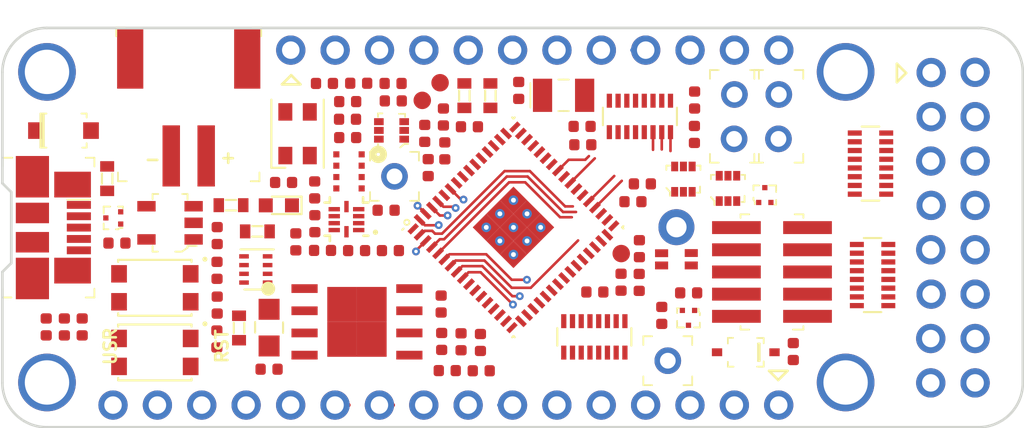
<source format=kicad_pcb>
(kicad_pcb (version 20171130) (host pcbnew 5.1.4-e60b266~84~ubuntu18.04.1)
  (layers (0 Top signal) (1 In1.Cu signal) (2 In2.Cu mixed) (31 Bottom signal) (34 B.Paste user) (35 F.Paste user) (36 B.SilkS user hide) (37 F.SilkS user) (38 B.Mask user) (39 F.Mask user hide) (44 Edge.Cuts user))
  (net 0 "")
  (net 1 GND)
  (net 2 +3V3)
  (net 3 /USB_D_N)
  (net 4 /USB_D_P)
  (net 5 "Net-(C3-Pad2)")
  (net 6 "Net-(L1-Pad1)")
  (net 7 "Net-(R1-Pad2)")
  (net 8 "Net-(R3-Pad1)")
  (net 9 "Net-(R2-Pad1)")
  (net 10 "Net-(D2-Pad2)")
  (net 11 "Net-(C6-Pad1)")
  (net 12 "Net-(C7-Pad1)")
  (net 13 /SWD_CLK)
  (net 14 /SPI_MST_SS)
  (net 15 /SPI_MST_MOSI)
  (net 16 /SPI_MST_MISO)
  (net 17 /SPI_MST_CLK)
  (net 18 /SPI_WP)
  (net 19 /SPI_HOLD)
  (net 20 /PU_CTRL_USBP)
  (net 21 "Net-(MIC1-Pad1)")
  (net 22 /IMU_INT)
  (net 23 /I2C_SDA)
  (net 24 /I2C_SCL)
  (net 25 /ADC0_EN)
  (net 26 /ADC0)
  (net 27 "Net-(Q1-Pad3)")
  (net 28 "Net-(U4-Pad5)")
  (net 29 "Net-(U4-Pad2)")
  (net 30 +VBUS)
  (net 31 +VBAT)
  (net 32 /VDD2)
  (net 33 /VDD1)
  (net 34 /LED_G)
  (net 35 /LED_B)
  (net 36 /LED_R)
  (net 37 /USR_BUTTON)
  (net 38 /HEADER_P6)
  (net 39 /HEADER_A5)
  (net 40 /SYS_RST)
  (net 41 /HEADER_TX)
  (net 42 /HEADER_RX)
  (net 43 /SWD_SO)
  (net 44 /Q_LED_B)
  (net 45 /Q_LED_G)
  (net 46 /Q_LED_R)
  (net 47 "Net-(J2-Pad5)")
  (net 48 "Net-(J2-Pad4)")
  (net 49 "Net-(J2-Pad11)")
  (net 50 "Net-(J2-Pad10)")
  (net 51 "Net-(J2-Pad6)")
  (net 52 "Net-(J2-Pad3)")
  (net 53 "Net-(J2-Pad2)")
  (net 54 "Net-(J2-Pad8)")
  (net 55 "Net-(J2-Pad9)")
  (net 56 "Net-(J2-Pad7)")
  (net 57 "Net-(J3-Pad14)")
  (net 58 "Net-(J3-Pad6)")
  (net 59 "Net-(J3-Pad3)")
  (net 60 "Net-(J3-Pad9)")
  (net 61 "Net-(J3-Pad5)")
  (net 62 "Net-(J3-Pad8)")
  (net 63 "Net-(J3-Pad10)")
  (net 64 "Net-(J3-Pad12)")
  (net 65 "Net-(J3-Pad11)")
  (net 66 "Net-(J3-Pad7)")
  (net 67 /SWD_IO)
  (net 68 "Net-(J6-Pad8)")
  (net 69 "Net-(J6-Pad7)")
  (net 70 "Net-(J6-Pad6)")
  (net 71 "Net-(J2-Pad12)")
  (net 72 "Net-(J3-Pad2)")
  (net 73 "Net-(J3-Pad4)")
  (net 74 "Net-(S1-Pad3)")
  (net 75 "Net-(S2-Pad3)")
  (net 76 /USB_ID)
  (net 77 "Net-(J7-Pad2)")
  (net 78 "Net-(Q1-Pad5)")
  (net 79 "Net-(D4-Pad2)")
  (net 80 "Net-(D4-Pad1)")
  (net 81 "Net-(D4-Pad3)")
  (net 82 /S3IO_5)
  (net 83 /S3IO_7)
  (net 84 /S3IO_8)
  (net 85 /S3IO_9)
  (net 86 /S3IO_10)
  (net 87 /S3IO_11)
  (net 88 /S3IO_12)
  (net 89 /S3IO_13)
  (net 90 /ADC1)
  (net 91 /SPI_SLV_MISO)
  (net 92 /SPI_SLV_CLK)
  (net 93 /SPI_SLV_CSn)
  (net 94 /SPI_SLV_MOSI)
  (net 95 /I2S_WCLK)
  (net 96 /I2S_DOUT)
  (net 97 /S3IO_25)
  (net 98 /PDM_DATA)
  (net 99 /SPI_MST_CS2)
  (net 100 /S3IO_27)
  (net 101 /I2S_CLK)
  (net 102 /S3IO_32_I2C1)
  (net 103 /S3IO_33_I2C1)
  (net 104 /S3IO_35_SPI_MST_CS3)
  (net 105 /S3_USB_D_N)
  (net 106 /S3IO_40)
  (net 107 /S3_USB_D_P)
  (net 108 /S3IO_2)
  (net 109 /S3IO_4)
  (net 110 "Net-(J1-Pad2)")
  (net 111 /PDM_CKO)
  (net 112 "Net-(R42-Pad9)")
  (net 113 "Net-(R42-Pad8)")
  (net 114 "Net-(M1-Pad0)")
  (net 115 "Net-(M2-Pad0)")
  (net 116 "Net-(M3-Pad0)")
  (net 117 "Net-(M4-Pad0)")
  (net 118 /J8.14)
  (net 119 /J8.13)
  (net 120 /J8.6)
  (net 121 /J8.3)
  (net 122 /J8.1)
  (net 123 /J8.9)
  (net 124 /J8.5)
  (net 125 /J8.8)
  (net 126 /J8.2)
  (net 127 /J8.10)
  (net 128 /J8.12)
  (net 129 /J8.11)
  (net 130 /J8.4)
  (net 131 /J8.7)
  (net 132 "Net-(R42-Pad10)")
  (net 133 "Net-(R42-Pad7)")
  (net 134 "Net-(Q2-Pad5)")
  (net 135 "Net-(Q2-Pad3)")
  (module quicklogic-quick-feather-board-footprints:Testpoint_THT_Drill0.9mm (layer Top) (at 161.196 112.624)
    (fp_text reference TP5 hide)
    (fp_text value TP_THT)
    (pad 1 thru_hole circle (at 0 0) (size 1.524 1.524) (drill 0.9) (layers *.Cu *.Mask) (net 104 /S3IO_35_SPI_MST_CS3))
  )
  (module quicklogic-quick-feather-board-footprints:Testpoint_THT_Drill0.9mm (layer Top) (at 145.55 102.07)
    (fp_text reference TP4 hide)
    (fp_text value TP_THT)
    (pad 1 thru_hole circle (at 0 0) (size 1.524 1.524) (drill 0.9) (layers *.Cu *.Mask) (net 85 /S3IO_9))
  )
  (module quicklogic-quick-feather-board-footprints:0402-res (layer Top) (at 138.37 113.11)
    (fp_text reference R8 hide)
    (fp_text value R_10k_0402 hide)
    (pad 2 smd roundrect (at 0.485 0) (size 0.59 0.64) (layers Top F.Paste F.Mask) (net 18 /SPI_WP))
    (pad 1 smd roundrect (at -0.485 0) (size 0.59 0.64) (layers Top F.Paste F.Mask) (net 2 +3V3))
  )
  (module quicklogic-quick-feather-board-footprints:0402-res (layer Top) (at 139.9 105.82 90)
    (fp_text reference R1 hide)
    (fp_text value R_100k_0402 hide)
    (pad 2 smd roundrect (at 0.485 0 90) (size 0.59 0.64) (layers Top F.Paste F.Mask) (net 7 "Net-(R1-Pad2)"))
    (pad 1 smd roundrect (at -0.485 0 90) (size 0.59 0.64) (layers Top F.Paste F.Mask) (net 30 +VBUS))
  )
  (module quicklogic-quick-feather-board-footprints:MPAD (layer Top) (at 171.3611 96.1136)
    (fp_text reference M4 hide)
    (fp_text value mounting_pad)
    (pad 0 thru_hole circle (at 0.014 -0.024 90) (size 3.302 3.302) (drill 2.54) (layers *.Cu *.Mask) (net 117 "Net-(M4-Pad0)"))
  )
  (module quicklogic-quick-feather-board-footprints:MPAD (layer Top) (at 171.3611 113.8936)
    (fp_text reference M3 hide)
    (fp_text value mounting_pad)
    (pad 0 thru_hole circle (at 0.014 -0.024 90) (size 3.302 3.302) (drill 2.54) (layers *.Cu *.Mask) (net 116 "Net-(M3-Pad0)"))
  )
  (module quicklogic-quick-feather-board-footprints:MPAD (layer Top) (at 125.6411 113.8936)
    (fp_text reference M2 hide)
    (fp_text value mounting_pad)
    (pad 0 thru_hole circle (at 0.014 -0.024 90) (size 3.302 3.302) (drill 2.54) (layers *.Cu *.Mask) (net 115 "Net-(M2-Pad0)"))
  )
  (module quicklogic-quick-feather-board-footprints:MPAD (layer Top) (at 125.6411 96.1136)
    (fp_text reference M1 hide)
    (fp_text value mounting_pad)
    (pad 0 thru_hole circle (at 0.014 -0.024 90) (size 3.302 3.302) (drill 2.54) (layers *.Cu *.Mask) (net 114 "Net-(M1-Pad0)"))
  )
  (module quicklogic-quick-feather-board-footprints:2x8_pinhead (layer Top) (at 176.25 96.1136 270)
    (fp_text reference J8 hide)
    (fp_text value 2x8_pinhead)
    (pad 15 thru_hole circle (at 17.78 0) (size 1.6764 1.6764) (drill 1) (layers *.Cu *.Mask) (net 2 +3V3))
    (pad 14 thru_hole circle (at 15.24 -2.54) (size 1.6764 1.6764) (drill 1) (layers *.Cu *.Mask) (net 118 /J8.14))
    (pad 16 thru_hole circle (at 17.78 -2.54) (size 1.6764 1.6764) (drill 1) (layers *.Cu *.Mask) (net 1 GND))
    (pad 13 thru_hole circle (at 15.24 0) (size 1.6764 1.6764) (drill 1) (layers *.Cu *.Mask) (net 119 /J8.13))
    (pad 6 thru_hole circle (at 5.08 -2.54) (size 1.6764 1.6764) (drill 1) (layers *.Cu *.Mask) (net 120 /J8.6))
    (pad 3 thru_hole circle (at 2.54 -0.024) (size 1.6764 1.6764) (drill 1) (layers *.Cu *.Mask) (net 121 /J8.3))
    (pad 1 thru_hole circle (at 0.014 -0.024) (size 1.6764 1.6764) (drill 1) (layers *.Cu *.Mask) (net 122 /J8.1))
    (pad 9 thru_hole circle (at 10.16 0) (size 1.6764 1.6764) (drill 1) (layers *.Cu *.Mask) (net 123 /J8.9))
    (pad 5 thru_hole circle (at 5.08 0) (size 1.6764 1.6764) (drill 1) (layers *.Cu *.Mask) (net 124 /J8.5))
    (pad 8 thru_hole circle (at 7.62 -2.54) (size 1.6764 1.6764) (drill 1) (layers *.Cu *.Mask) (net 125 /J8.8))
    (pad 2 thru_hole circle (at 0 -2.54) (size 1.6764 1.6764) (drill 1) (layers *.Cu *.Mask) (net 126 /J8.2))
    (pad 10 thru_hole circle (at 10.16 -2.54) (size 1.6764 1.6764) (drill 1) (layers *.Cu *.Mask) (net 127 /J8.10))
    (pad 12 thru_hole circle (at 12.7 -2.54) (size 1.6764 1.6764) (drill 1) (layers *.Cu *.Mask) (net 128 /J8.12))
    (pad 11 thru_hole circle (at 12.7 -0.024) (size 1.6764 1.6764) (drill 1) (layers *.Cu *.Mask) (net 129 /J8.11))
    (pad 4 thru_hole circle (at 2.54 -2.54) (size 1.6764 1.6764) (drill 1) (layers *.Cu *.Mask) (net 130 /J8.4))
    (pad 7 thru_hole circle (at 7.62 -0.024) (size 1.6764 1.6764) (drill 1) (layers *.Cu *.Mask) (net 131 /J8.7))
  )
  (module quicklogic-quick-feather-board-footprints:R_Array_Convex_8x0602 (layer Top) (at 172.92 107.72)
    (fp_text reference R42 hide)
    (fp_text value EXB2HV220JV)
    (pad 10 smd rect (at 0.9 1.25) (size 0.8 0.3) (layers Top F.Paste F.Mask) (net 132 "Net-(R42-Pad10)"))
    (pad 12 smd rect (at 0.9 0.25) (size 0.8 0.3) (layers Top F.Paste F.Mask) (net 119 /J8.13))
    (pad 11 smd rect (at 0.9 0.75) (size 0.8 0.3) (layers Top F.Paste F.Mask) (net 118 /J8.14))
    (pad 13 smd rect (at 0.9 -0.25) (size 0.8 0.3) (layers Top F.Paste F.Mask) (net 128 /J8.12))
    (pad 14 smd rect (at 0.9 -0.75) (size 0.8 0.3) (layers Top F.Paste F.Mask) (net 129 /J8.11))
    (pad 15 smd rect (at 0.9 -1.25) (size 0.8 0.3) (layers Top F.Paste F.Mask) (net 127 /J8.10))
    (pad 7 smd rect (at -0.9 1.25) (size 0.8 0.3) (layers Top F.Paste F.Mask) (net 133 "Net-(R42-Pad7)"))
    (pad 6 smd rect (at -0.9 0.75) (size 0.8 0.3) (layers Top F.Paste F.Mask) (net 106 /S3IO_40))
    (pad 5 smd rect (at -0.9 0.25) (size 0.8 0.3) (layers Top F.Paste F.Mask) (net 86 /S3IO_10))
    (pad 4 smd rect (at -0.9 -0.25) (size 0.8 0.3) (layers Top F.Paste F.Mask) (net 84 /S3IO_8))
    (pad 3 smd rect (at -0.9 -0.75) (size 0.8 0.3) (layers Top F.Paste F.Mask) (net 83 /S3IO_7))
    (pad 2 smd rect (at -0.9 -1.25) (size 0.8 0.3) (layers Top F.Paste F.Mask) (net 37 /USR_BUTTON))
    (pad 9 smd rect (at 0.9 1.75) (size 0.8 0.3) (layers Top F.Paste F.Mask) (net 112 "Net-(R42-Pad9)"))
    (pad 8 smd rect (at -0.9 1.75) (size 0.8 0.3) (layers Top F.Paste F.Mask) (net 113 "Net-(R42-Pad8)"))
    (pad 16 smd rect (at 0.9 -1.75) (size 0.8 0.3) (layers Top F.Paste F.Mask) (net 123 /J8.9))
    (pad 1 smd rect (at -0.9 -1.75) (size 0.8 0.3) (layers Top F.Paste F.Mask) (net 82 /S3IO_5))
  )
  (module quicklogic-quick-feather-board-footprints:R_Array_Convex_8x0602 (layer Top) (at 159.6 98.64 90)
    (fp_text reference R41 hide)
    (fp_text value EXB2HV220JV)
    (pad 10 smd rect (at 0.9 1.25 90) (size 0.8 0.3) (layers Top F.Paste F.Mask) (net 49 "Net-(J2-Pad11)"))
    (pad 12 smd rect (at 0.9 0.25 90) (size 0.8 0.3) (layers Top F.Paste F.Mask) (net 55 "Net-(J2-Pad9)"))
    (pad 11 smd rect (at 0.9 0.75 90) (size 0.8 0.3) (layers Top F.Paste F.Mask) (net 50 "Net-(J2-Pad10)"))
    (pad 13 smd rect (at 0.9 -0.25 90) (size 0.8 0.3) (layers Top F.Paste F.Mask) (net 54 "Net-(J2-Pad8)"))
    (pad 14 smd rect (at 0.9 -0.75 90) (size 0.8 0.3) (layers Top F.Paste F.Mask) (net 56 "Net-(J2-Pad7)"))
    (pad 15 smd rect (at 0.9 -1.25 90) (size 0.8 0.3) (layers Top F.Paste F.Mask) (net 51 "Net-(J2-Pad6)"))
    (pad 7 smd rect (at -0.9 1.25 90) (size 0.8 0.3) (layers Top F.Paste F.Mask) (net 24 /I2C_SCL))
    (pad 6 smd rect (at -0.9 0.75 90) (size 0.8 0.3) (layers Top F.Paste F.Mask) (net 22 /IMU_INT))
    (pad 5 smd rect (at -0.9 0.25 90) (size 0.8 0.3) (layers Top F.Paste F.Mask) (net 38 /HEADER_P6))
    (pad 4 smd rect (at -0.9 -0.25 90) (size 0.8 0.3) (layers Top F.Paste F.Mask) (net 92 /SPI_SLV_CLK))
    (pad 3 smd rect (at -0.9 -0.75 90) (size 0.8 0.3) (layers Top F.Paste F.Mask) (net 91 /SPI_SLV_MISO))
    (pad 2 smd rect (at -0.9 -1.25 90) (size 0.8 0.3) (layers Top F.Paste F.Mask) (net 94 /SPI_SLV_MOSI))
    (pad 9 smd rect (at 0.9 1.75 90) (size 0.8 0.3) (layers Top F.Paste F.Mask) (net 71 "Net-(J2-Pad12)"))
    (pad 8 smd rect (at -0.9 1.75 90) (size 0.8 0.3) (layers Top F.Paste F.Mask) (net 23 /I2C_SDA))
    (pad 16 smd rect (at 0.9 -1.75 90) (size 0.8 0.3) (layers Top F.Paste F.Mask) (net 47 "Net-(J2-Pad5)"))
    (pad 1 smd rect (at -0.9 -1.75 90) (size 0.8 0.3) (layers Top F.Paste F.Mask) (net 93 /SPI_SLV_CSn))
  )
  (module quicklogic-quick-feather-board-footprints:0402-res (layer Top) (at 145.47 96.75 180)
    (fp_text reference R40 hide)
    (fp_text value R_22R_0402)
    (pad 2 smd roundrect (at 0.485 0 180) (size 0.59 0.64) (layers Top F.Paste F.Mask) (net 103 /S3IO_33_I2C1))
    (pad 1 smd roundrect (at -0.485 0 180) (size 0.59 0.64) (layers Top F.Paste F.Mask) (net 48 "Net-(J2-Pad4)"))
  )
  (module quicklogic-quick-feather-board-footprints:0402-res (layer Top) (at 143.5 96.74)
    (fp_text reference R39 hide)
    (fp_text value R_22R_0402)
    (pad 2 smd roundrect (at 0.485 0) (size 0.59 0.64) (layers Top F.Paste F.Mask) (net 102 /S3IO_32_I2C1))
    (pad 1 smd roundrect (at -0.485 0) (size 0.59 0.64) (layers Top F.Paste F.Mask) (net 52 "Net-(J2-Pad3)"))
  )
  (module quicklogic-quick-feather-board-footprints:0402-res (layer Top) (at 141.54 96.75 180)
    (fp_text reference R38 hide)
    (fp_text value R_22R_0402)
    (pad 2 smd roundrect (at 0.485 0 180) (size 0.59 0.64) (layers Top F.Paste F.Mask) (net 99 /SPI_MST_CS2))
    (pad 1 smd roundrect (at -0.485 0 180) (size 0.59 0.64) (layers Top F.Paste F.Mask) (net 53 "Net-(J2-Pad2)"))
  )
  (module quicklogic-quick-feather-board-footprints:R_Array_Convex_8x0602 (layer Top) (at 172.8 101.34)
    (fp_text reference R33 hide)
    (fp_text value EXB2HV220JV)
    (pad 10 smd rect (at 0.9 1.25) (size 0.8 0.3) (layers Top F.Paste F.Mask) (net 131 /J8.7))
    (pad 12 smd rect (at 0.9 0.25) (size 0.8 0.3) (layers Top F.Paste F.Mask) (net 124 /J8.5))
    (pad 11 smd rect (at 0.9 0.75) (size 0.8 0.3) (layers Top F.Paste F.Mask) (net 120 /J8.6))
    (pad 13 smd rect (at 0.9 -0.25) (size 0.8 0.3) (layers Top F.Paste F.Mask) (net 130 /J8.4))
    (pad 14 smd rect (at 0.9 -0.75) (size 0.8 0.3) (layers Top F.Paste F.Mask) (net 121 /J8.3))
    (pad 15 smd rect (at 0.9 -1.25) (size 0.8 0.3) (layers Top F.Paste F.Mask) (net 126 /J8.2))
    (pad 7 smd rect (at -0.9 1.25) (size 0.8 0.3) (layers Top F.Paste F.Mask) (net 88 /S3IO_12))
    (pad 6 smd rect (at -0.9 0.75) (size 0.8 0.3) (layers Top F.Paste F.Mask) (net 87 /S3IO_11))
    (pad 5 smd rect (at -0.9 0.25) (size 0.8 0.3) (layers Top F.Paste F.Mask) (net 101 /I2S_CLK))
    (pad 4 smd rect (at -0.9 -0.25) (size 0.8 0.3) (layers Top F.Paste F.Mask) (net 96 /I2S_DOUT))
    (pad 3 smd rect (at -0.9 -0.75) (size 0.8 0.3) (layers Top F.Paste F.Mask) (net 95 /I2S_WCLK))
    (pad 2 smd rect (at -0.9 -1.25) (size 0.8 0.3) (layers Top F.Paste F.Mask) (net 111 /PDM_CKO))
    (pad 9 smd rect (at 0.9 1.75) (size 0.8 0.3) (layers Top F.Paste F.Mask) (net 125 /J8.8))
    (pad 8 smd rect (at -0.9 1.75) (size 0.8 0.3) (layers Top F.Paste F.Mask) (net 109 /S3IO_4))
    (pad 16 smd rect (at 0.9 -1.75) (size 0.8 0.3) (layers Top F.Paste F.Mask) (net 122 /J8.1))
    (pad 1 smd rect (at -0.9 -1.75) (size 0.8 0.3) (layers Top F.Paste F.Mask) (net 98 /PDM_DATA))
  )
  (module quicklogic-quick-feather-board-footprints:0402-res (layer Top) (at 162.73 97.7 90)
    (fp_text reference R31 hide)
    (fp_text value R_10k_0402)
    (pad 2 smd roundrect (at 0.485 0 90) (size 0.59 0.64) (layers Top F.Paste F.Mask) (net 110 "Net-(J1-Pad2)"))
    (pad 1 smd roundrect (at -0.485 0 90) (size 0.59 0.64) (layers Top F.Paste F.Mask) (net 93 /SPI_SLV_CSn))
  )
  (module quicklogic-quick-feather-board-footprints:PinHeader_1x2_P2.54_Drill0.9mm (layer Top) (at 165.0111 97.3836 270)
    (fp_text reference J1 hide)
    (fp_text value 22-23-2021)
    (pad 2 thru_hole circle (at 2.54 0.02 270) (size 1.524 1.524) (drill 0.9) (layers *.Cu *.Mask) (net 110 "Net-(J1-Pad2)"))
    (pad 1 thru_hole circle (at 0 0 270) (size 1.524 1.524) (drill 0.9) (layers *.Cu *.Mask) (net 2 +3V3))
  )
  (module quicklogic-quick-feather-board-footprints:PinHeader_2x1mm_P2mm_SMD_RA (layer Top) (at 133.7691 100.9)
    (fp_text reference J4 hide)
    (fp_text value S2B-PH-SM4-TB_LF__SN_ hide)
    (pad "" smd rect (at 3.35 -5.55) (size 1.5 3.4) (layers Top F.Paste F.Mask))
    (pad "" smd rect (at -3.35 -5.55) (size 1.5 3.4) (layers Top F.Paste F.Mask))
    (pad 2 smd rect (at 1 0) (size 1 3.5) (layers Top F.Paste F.Mask) (net 31 +VBAT))
    (pad 1 smd rect (at -1 0) (size 1 3.5) (layers Top F.Paste F.Mask) (net 1 GND))
  )
  (module quicklogic-quick-feather-board-footprints:1x12_pinhead (layer Top) (at 139.5211 92.2236)
    (fp_text reference J2 hide)
    (fp_text value 1x12_pinhead hide)
    (pad 5 thru_hole circle (at 10.25 2.62 90) (size 1.6764 1.6764) (drill 1) (layers *.Cu *.Mask) (net 47 "Net-(J2-Pad5)"))
    (pad 1 thru_hole circle (at 0.09 2.62 90) (size 1.6764 1.6764) (drill 1) (layers *.Cu *.Mask) (net 31 +VBAT))
    (pad 4 thru_hole circle (at 7.71 2.62 90) (size 1.6764 1.6764) (drill 1) (layers *.Cu *.Mask) (net 48 "Net-(J2-Pad4)"))
    (pad 11 thru_hole circle (at 25.49 2.62 90) (size 1.6764 1.6764) (drill 1) (layers *.Cu *.Mask) (net 49 "Net-(J2-Pad11)"))
    (pad 10 thru_hole circle (at 22.95 2.62 90) (size 1.6764 1.6764) (drill 1) (layers *.Cu *.Mask) (net 50 "Net-(J2-Pad10)"))
    (pad 6 thru_hole circle (at 12.79 2.62 90) (size 1.6764 1.6764) (drill 1) (layers *.Cu *.Mask) (net 51 "Net-(J2-Pad6)"))
    (pad 3 thru_hole circle (at 5.17 2.62 90) (size 1.6764 1.6764) (drill 1) (layers *.Cu *.Mask) (net 52 "Net-(J2-Pad3)"))
    (pad 2 thru_hole circle (at 2.63 2.62 90) (size 1.6764 1.6764) (drill 1) (layers *.Cu *.Mask) (net 53 "Net-(J2-Pad2)"))
    (pad 12 thru_hole circle (at 28.03 2.62 90) (size 1.6764 1.6764) (drill 1) (layers *.Cu *.Mask) (net 71 "Net-(J2-Pad12)"))
    (pad 8 thru_hole circle (at 17.87 2.62 90) (size 1.6764 1.6764) (drill 1) (layers *.Cu *.Mask) (net 54 "Net-(J2-Pad8)"))
    (pad 9 thru_hole circle (at 20.41 2.62 90) (size 1.6764 1.6764) (drill 1) (layers *.Cu *.Mask) (net 55 "Net-(J2-Pad9)"))
    (pad 7 thru_hole circle (at 15.33 2.62 90) (size 1.6764 1.6764) (drill 1) (layers *.Cu *.Mask) (net 56 "Net-(J2-Pad7)"))
  )
  (module quicklogic-quick-feather-board-footprints:LED-PLCC4_3.2x2.8mm (layer Top) (at 140 99.63 90)
    (fp_text reference D4 hide)
    (fp_text value ASMB-MTB1-0A3A2)
    (pad 1 smd rect (at -1.25 -0.7 90) (size 1 0.8) (layers Top F.Paste F.Mask) (net 80 "Net-(D4-Pad1)"))
    (pad 4 smd rect (at 1.25 -0.7 90) (size 1 0.8) (layers Top F.Paste F.Mask) (net 2 +3V3))
    (pad 3 smd rect (at 1.25 0.7 90) (size 1 0.8) (layers Top F.Paste F.Mask) (net 81 "Net-(D4-Pad3)"))
    (pad 2 smd rect (at -1.25 0.7 90) (size 1 0.8) (layers Top F.Paste F.Mask) (net 79 "Net-(D4-Pad2)"))
  )
  (module quicklogic-quick-feather-board-footprints:SOT-563 (layer Top) (at 162.09 102.23)
    (fp_text reference Q3 hide)
    (fp_text value 2N7002PV)
    (pad 4 smd rect (at 0.5 -0.725) (size 0.4 0.55) (layers Top F.Paste F.Mask) (net 1 GND))
    (pad 5 smd rect (at 0 -0.725) (size 0.4 0.55) (layers Top F.Paste F.Mask) (net 45 /Q_LED_G))
    (pad 6 smd rect (at -0.5 -0.725) (size 0.4 0.55) (layers Top F.Paste F.Mask) (net 36 /LED_R))
    (pad 1 smd rect (at -0.5 0.725) (size 0.4 0.55) (layers Top F.Paste F.Mask) (net 1 GND))
    (pad 2 smd rect (at 0 0.725) (size 0.4 0.55) (layers Top F.Paste F.Mask) (net 46 /Q_LED_R))
    (pad 3 smd rect (at 0.5 0.725) (size 0.4 0.55) (layers Top F.Paste F.Mask) (net 34 /LED_G))
  )
  (module quicklogic-quick-feather-board-footprints:SOT-563 (layer Top) (at 164.64 102.76)
    (fp_text reference Q2 hide)
    (fp_text value 2N7002PV)
    (pad 4 smd rect (at 0.5 -0.725) (size 0.4 0.55) (layers Top F.Paste F.Mask) (net 1 GND))
    (pad 5 smd rect (at 0 -0.725) (size 0.4 0.55) (layers Top F.Paste F.Mask) (net 134 "Net-(Q2-Pad5)"))
    (pad 6 smd rect (at -0.5 -0.725) (size 0.4 0.55) (layers Top F.Paste F.Mask) (net 35 /LED_B))
    (pad 1 smd rect (at -0.5 0.725) (size 0.4 0.55) (layers Top F.Paste F.Mask) (net 1 GND))
    (pad 2 smd rect (at 0 0.725) (size 0.4 0.55) (layers Top F.Paste F.Mask) (net 44 /Q_LED_B))
    (pad 3 smd rect (at 0.5 0.725) (size 0.4 0.55) (layers Top F.Paste F.Mask) (net 135 "Net-(Q2-Pad3)"))
  )
  (module quicklogic-quick-feather-board-footprints:SOT-563 (layer Top) (at 145.38 99.44 90)
    (fp_text reference Q1 hide)
    (fp_text value NX3008CBKV)
    (pad 4 smd rect (at 0.5 -0.725 90) (size 0.4 0.55) (layers Top F.Paste F.Mask) (net 31 +VBAT))
    (pad 5 smd rect (at 0 -0.725 90) (size 0.4 0.55) (layers Top F.Paste F.Mask) (net 78 "Net-(Q1-Pad5)"))
    (pad 6 smd rect (at -0.5 -0.725 90) (size 0.4 0.55) (layers Top F.Paste F.Mask) (net 78 "Net-(Q1-Pad5)"))
    (pad 1 smd rect (at -0.5 0.725 90) (size 0.4 0.55) (layers Top F.Paste F.Mask) (net 1 GND))
    (pad 2 smd rect (at 0 0.725 90) (size 0.4 0.55) (layers Top F.Paste F.Mask) (net 25 /ADC0_EN))
    (pad 3 smd rect (at 0.5 0.725 90) (size 0.4 0.55) (layers Top F.Paste F.Mask) (net 27 "Net-(Q1-Pad3)"))
  )
  (module quicklogic-quick-feather-board-footprints:PinHeader_1x2_P2.54_Drill0.9mm (layer Top) (at 167.5511 97.3836 270)
    (fp_text reference J7 hide)
    (fp_text value 22-23-2021)
    (pad 2 thru_hole circle (at 2.54 0.02 270) (size 1.524 1.524) (drill 0.9) (layers *.Cu *.Mask) (net 77 "Net-(J7-Pad2)"))
    (pad 1 thru_hole circle (at 0 0 270) (size 1.524 1.524) (drill 0.9) (layers *.Cu *.Mask) (net 2 +3V3))
  )
  (module quicklogic-quick-feather-board-footprints:SOT-753 (layer Top) (at 132.7 104.73 90)
    (fp_text reference U2 hide)
    (fp_text value MCP73831T-2ACI_OT hide)
    (pad 5 smd rect (at -0.95 -1.35 90) (size 0.6 1.05) (layers Top F.Paste F.Mask) (net 9 "Net-(R2-Pad1)"))
    (pad 4 smd rect (at 0.95 -1.35 90) (size 0.6 1.05) (layers Top F.Paste F.Mask) (net 30 +VBUS))
    (pad 3 smd rect (at 0.95 1.35 90) (size 0.6 1.05) (layers Top F.Paste F.Mask) (net 31 +VBAT))
    (pad 2 smd rect (at 0 1.35 90) (size 0.6 1.05) (layers Top F.Paste F.Mask) (net 1 GND))
    (pad 1 smd rect (at -0.95 1.35 90) (size 0.6 1.05) (layers Top F.Paste F.Mask) (net 8 "Net-(R3-Pad1)"))
  )
  (module quicklogic-quick-feather-board-footprints:0402-cap (layer Top) (at 156.29 99.21)
    (fp_text reference C6 hide)
    (fp_text value C_12p_0402 hide)
    (pad 2 smd roundrect (at 0.485 0) (size 0.59 0.64) (layers Top F.Paste F.Mask) (net 1 GND))
    (pad 1 smd roundrect (at -0.485 0) (size 0.59 0.64) (layers Top F.Paste F.Mask) (net 11 "Net-(C6-Pad1)"))
  )
  (module quicklogic-quick-feather-board-footprints:R_Array_Convex_8x0602 (layer Top) (at 156.99 111.26 90)
    (fp_text reference R30 hide)
    (fp_text value EXB2HV220JV hide)
    (pad 10 smd rect (at 0.9 1.25 90) (size 0.8 0.3) (layers Top F.Paste F.Mask) (net 42 /HEADER_RX))
    (pad 12 smd rect (at 0.9 0.25 90) (size 0.8 0.3) (layers Top F.Paste F.Mask) (net 15 /SPI_MST_MOSI))
    (pad 11 smd rect (at 0.9 0.75 90) (size 0.8 0.3) (layers Top F.Paste F.Mask) (net 16 /SPI_MST_MISO))
    (pad 13 smd rect (at 0.9 -0.25 90) (size 0.8 0.3) (layers Top F.Paste F.Mask) (net 17 /SPI_MST_CLK))
    (pad 14 smd rect (at 0.9 -0.75 90) (size 0.8 0.3) (layers Top F.Paste F.Mask) (net 108 /S3IO_2))
    (pad 15 smd rect (at 0.9 -1.25 90) (size 0.8 0.3) (layers Top F.Paste F.Mask) (net 89 /S3IO_13))
    (pad 7 smd rect (at -0.9 1.25 90) (size 0.8 0.3) (layers Top F.Paste F.Mask) (net 59 "Net-(J3-Pad3)"))
    (pad 6 smd rect (at -0.9 0.75 90) (size 0.8 0.3) (layers Top F.Paste F.Mask) (net 73 "Net-(J3-Pad4)"))
    (pad 5 smd rect (at -0.9 0.25 90) (size 0.8 0.3) (layers Top F.Paste F.Mask) (net 61 "Net-(J3-Pad5)"))
    (pad 4 smd rect (at -0.9 -0.25 90) (size 0.8 0.3) (layers Top F.Paste F.Mask) (net 58 "Net-(J3-Pad6)"))
    (pad 3 smd rect (at -0.9 -0.75 90) (size 0.8 0.3) (layers Top F.Paste F.Mask) (net 66 "Net-(J3-Pad7)"))
    (pad 2 smd rect (at -0.9 -1.25 90) (size 0.8 0.3) (layers Top F.Paste F.Mask) (net 62 "Net-(J3-Pad8)"))
    (pad 9 smd rect (at 0.9 1.75 90) (size 0.8 0.3) (layers Top F.Paste F.Mask) (net 41 /HEADER_TX))
    (pad 8 smd rect (at -0.9 1.75 90) (size 0.8 0.3) (layers Top F.Paste F.Mask) (net 72 "Net-(J3-Pad2)"))
    (pad 16 smd rect (at 0.9 -1.75 90) (size 0.8 0.3) (layers Top F.Paste F.Mask) (net 97 /S3IO_25))
    (pad 1 smd rect (at -0.9 -1.75 90) (size 0.8 0.3) (layers Top F.Paste F.Mask) (net 60 "Net-(J3-Pad9)"))
  )
  (module quicklogic-quick-feather-board-footprints:MC3635 (layer Top) (at 142.55 104.52 180)
    (fp_text reference U5 hide)
    (fp_text value MC3635 hide)
    (pad 10 smd rect (at -0.25 -0.72 180) (size 0.25 0.65) (layers Top F.Paste F.Mask) (net 24 /I2C_SCL))
    (pad 9 smd rect (at 0.45 -0.625 270) (size 0.25 0.65) (layers Top F.Paste F.Mask) (net 2 +3V3))
    (pad 8 smd rect (at 0.45 -0.23 270) (size 0.25 0.65) (layers Top F.Paste F.Mask) (net 1 GND))
    (pad 7 smd rect (at 0.45 0.17 270) (size 0.25 0.65) (layers Top F.Paste F.Mask) (net 2 +3V3))
    (pad 6 smd rect (at 0.45 0.57 270) (size 0.25 0.65) (layers Top F.Paste F.Mask) (net 2 +3V3))
    (pad 5 smd rect (at -0.25 0.72 180) (size 0.25 0.65) (layers Top F.Paste F.Mask) (net 22 /IMU_INT))
    (pad 4 smd rect (at -0.95 0.57 270) (size 0.25 0.65) (layers Top F.Paste F.Mask) (net 1 GND))
    (pad 3 smd rect (at -0.95 0.17 270) (size 0.25 0.65) (layers Top F.Paste F.Mask))
    (pad 2 smd rect (at -0.95 -0.23 270) (size 0.25 0.65) (layers Top F.Paste F.Mask) (net 23 /I2C_SDA))
    (pad 1 smd rect (at -0.95 -0.625 270) (size 0.25 0.65) (layers Top F.Paste F.Mask) (net 1 GND))
  )
  (module quicklogic-quick-feather-board-footprints:QFN-64_EP_8.5x8.5_EOS (layer Top) (at 152.36 104.99 45)
    (fp_text reference IC1 hide)
    (fp_text value EOS-S3-QFN hide)
    (pad 65 thru_hole circle (at 1.1 1.1 45) (size 0.55 0.55) (drill 0.275) (layers *.Cu *.Mask) (net 1 GND))
    (pad 65 thru_hole circle (at 1.1 0 45) (size 0.55 0.55) (drill 0.275) (layers *.Cu *.Mask) (net 1 GND))
    (pad 65 thru_hole circle (at 1.1 -1.1 45) (size 0.55 0.55) (drill 0.275) (layers *.Cu *.Mask) (net 1 GND))
    (pad 65 thru_hole circle (at 0 1.1 45) (size 0.55 0.55) (drill 0.275) (layers *.Cu *.Mask) (net 1 GND))
    (pad 65 thru_hole circle (at 0 0 45) (size 0.55 0.55) (drill 0.275) (layers *.Cu *.Mask) (net 1 GND))
    (pad 65 thru_hole circle (at 0 -1.1 45) (size 0.55 0.55) (drill 0.275) (layers *.Cu *.Mask) (net 1 GND))
    (pad 65 thru_hole circle (at -1.1 1.1 45) (size 0.55 0.55) (drill 0.275) (layers *.Cu *.Mask) (net 1 GND))
    (pad 65 thru_hole circle (at -1.1 0 45) (size 0.55 0.55) (drill 0.275) (layers *.Cu *.Mask) (net 1 GND))
    (pad 65 thru_hole circle (at -1.1 -1.1 45) (size 0.55 0.55) (drill 0.275) (layers *.Cu *.Mask) (net 1 GND))
    (pad 65 smd rect (at 1.1 1.1 45) (size 1.1 1.1) (layers Top F.Paste F.Mask) (net 1 GND))
    (pad 65 smd rect (at 1.1 0 45) (size 1.1 1.1) (layers Top F.Paste F.Mask) (net 1 GND))
    (pad 65 smd rect (at 1.1 -1.1 45) (size 1.1 1.1) (layers Top F.Paste F.Mask) (net 1 GND))
    (pad 65 smd rect (at 0 1.1 45) (size 1.1 1.1) (layers Top F.Paste F.Mask) (net 1 GND))
    (pad 65 smd rect (at 0 0 45) (size 1.1 1.1) (layers Top F.Paste F.Mask) (net 1 GND))
    (pad 65 smd rect (at 0 -1.1 45) (size 1.1 1.1) (layers Top F.Paste F.Mask) (net 1 GND))
    (pad 65 smd rect (at -1.1 1.1 45) (size 1.1 1.1) (layers Top F.Paste F.Mask) (net 1 GND))
    (pad 65 smd rect (at -1.1 0 45) (size 1.1 1.1) (layers Top F.Paste F.Mask) (net 1 GND))
    (pad 65 smd rect (at -1.1 -1.1 45) (size 1.1 1.1) (layers Top F.Paste F.Mask) (net 1 GND))
    (pad 64 smd rect (at -3.5 -4.1 45) (size 0.27 0.7) (layers Top F.Paste F.Mask) (net 82 /S3IO_5))
    (pad 63 smd rect (at -3 -4.1 45) (size 0.27 0.7) (layers Top F.Paste F.Mask) (net 83 /S3IO_7))
    (pad 62 smd rect (at -2.5 -4.1 45) (size 0.27 0.7) (layers Top F.Paste F.Mask) (net 37 /USR_BUTTON))
    (pad 61 smd rect (at -2 -4.1 45) (size 0.27 0.7) (layers Top F.Paste F.Mask) (net 84 /S3IO_8))
    (pad 60 smd rect (at -1.5 -4.1 45) (size 0.27 0.7) (layers Top F.Paste F.Mask) (net 85 /S3IO_9))
    (pad 59 smd rect (at -1 -4.1 45) (size 0.27 0.7) (layers Top F.Paste F.Mask) (net 86 /S3IO_10))
    (pad 58 smd rect (at -0.5 -4.1 45) (size 0.27 0.7) (layers Top F.Paste F.Mask) (net 2 +3V3))
    (pad 57 smd rect (at 0 -4.1 45) (size 0.27 0.7) (layers Top F.Paste F.Mask) (net 87 /S3IO_11))
    (pad 56 smd rect (at 0.5 -4.1 45) (size 0.27 0.7) (layers Top F.Paste F.Mask) (net 88 /S3IO_12))
    (pad 55 smd rect (at 1 -4.1 45) (size 0.27 0.7) (layers Top F.Paste F.Mask) (net 89 /S3IO_13))
    (pad 54 smd rect (at 1.5 -4.1 45) (size 0.27 0.7) (layers Top F.Paste F.Mask) (net 13 /SWD_CLK))
    (pad 53 smd rect (at 2 -4.1 45) (size 0.27 0.7) (layers Top F.Paste F.Mask) (net 67 /SWD_IO))
    (pad 52 smd rect (at 2.5 -4.1 45) (size 0.27 0.7) (layers Top F.Paste F.Mask) (net 2 +3V3))
    (pad 51 smd rect (at 3 -4.1 45) (size 0.27 0.7) (layers Top F.Paste F.Mask) (net 32 /VDD2))
    (pad 50 smd rect (at 3.5 -4.1 45) (size 0.27 0.7) (layers Top F.Paste F.Mask) (net 2 +3V3))
    (pad 49 smd rect (at 4.12 -4 135) (size 0.27 0.66) (layers Top F.Paste F.Mask) (net 33 /VDD1))
    (pad 48 smd rect (at 4.1 -3.5 135) (size 0.27 0.7) (layers Top F.Paste F.Mask) (net 26 /ADC0))
    (pad 47 smd rect (at 4.1 -3 135) (size 0.27 0.7) (layers Top F.Paste F.Mask) (net 90 /ADC1))
    (pad 46 smd rect (at 4.1 -2.5 135) (size 0.27 0.7) (layers Top F.Paste F.Mask) (net 2 +3V3))
    (pad 45 smd rect (at 4.1 -2 135) (size 0.27 0.7) (layers Top F.Paste F.Mask) (net 12 "Net-(C7-Pad1)"))
    (pad 44 smd rect (at 4.1 -1.5 135) (size 0.27 0.7) (layers Top F.Paste F.Mask) (net 11 "Net-(C6-Pad1)"))
    (pad 43 smd rect (at 4.1 -1 135) (size 0.27 0.7) (layers Top F.Paste F.Mask) (net 1 GND))
    (pad 42 smd rect (at 4.1 -0.5 135) (size 0.27 0.7) (layers Top F.Paste F.Mask) (net 91 /SPI_SLV_MISO))
    (pad 41 smd rect (at 4.1 0 135) (size 0.27 0.7) (layers Top F.Paste F.Mask) (net 40 /SYS_RST))
    (pad 40 smd rect (at 4.1 0.5 135) (size 0.27 0.7) (layers Top F.Paste F.Mask) (net 92 /SPI_SLV_CLK))
    (pad 39 smd rect (at 4.1 1 135) (size 0.27 0.7) (layers Top F.Paste F.Mask) (net 45 /Q_LED_G))
    (pad 38 smd rect (at 4.1 1.5 135) (size 0.27 0.7) (layers Top F.Paste F.Mask) (net 46 /Q_LED_R))
    (pad 37 smd rect (at 4.1 2 135) (size 0.27 0.7) (layers Top F.Paste F.Mask) (net 93 /SPI_SLV_CSn))
    (pad 36 smd rect (at 4.1 2.5 135) (size 0.27 0.7) (layers Top F.Paste F.Mask) (net 94 /SPI_SLV_MOSI))
    (pad 35 smd rect (at 4.1 3 135) (size 0.27 0.7) (layers Top F.Paste F.Mask) (net 2 +3V3))
    (pad 34 smd rect (at 4.1 3.5 135) (size 0.27 0.7) (layers Top F.Paste F.Mask) (net 44 /Q_LED_B))
    (pad 33 smd rect (at 4.12 4 135) (size 0.27 0.66) (layers Top F.Paste F.Mask) (net 95 /I2S_WCLK))
    (pad 32 smd rect (at 3.5 4.1 45) (size 0.27 0.7) (layers Top F.Paste F.Mask) (net 96 /I2S_DOUT))
    (pad 31 smd rect (at 3 4.1 45) (size 0.27 0.7) (layers Top F.Paste F.Mask) (net 97 /S3IO_25))
    (pad 30 smd rect (at 2.5 4.1 45) (size 0.27 0.7) (layers Top F.Paste F.Mask) (net 25 /ADC0_EN))
    (pad 29 smd rect (at 2 4.1 45) (size 0.27 0.7) (layers Top F.Paste F.Mask) (net 1 GND))
    (pad 28 smd rect (at 1.5 4.1 45) (size 0.27 0.7) (layers Top F.Paste F.Mask) (net 98 /PDM_DATA))
    (pad 27 smd rect (at 1 4.1 45) (size 0.27 0.7) (layers Top F.Paste F.Mask) (net 99 /SPI_MST_CS2))
    (pad 26 smd rect (at 0.5 4.1 45) (size 0.27 0.7) (layers Top F.Paste F.Mask) (net 111 /PDM_CKO))
    (pad 25 smd rect (at 0 4.1 45) (size 0.27 0.7) (layers Top F.Paste F.Mask) (net 100 /S3IO_27))
    (pad 24 smd rect (at -0.5 4.1 45) (size 0.27 0.7) (layers Top F.Paste F.Mask) (net 2 +3V3))
    (pad 23 smd rect (at -1 4.1 45) (size 0.27 0.7) (layers Top F.Paste F.Mask) (net 101 /I2S_CLK))
    (pad 22 smd rect (at -1.5 4.1 45) (size 0.27 0.7) (layers Top F.Paste F.Mask) (net 102 /S3IO_32_I2C1))
    (pad 21 smd rect (at -2 4.1 45) (size 0.27 0.7) (layers Top F.Paste F.Mask) (net 103 /S3IO_33_I2C1))
    (pad 20 smd rect (at -2.5 4.1 45) (size 0.27 0.7) (layers Top F.Paste F.Mask) (net 17 /SPI_MST_CLK))
    (pad 19 smd rect (at -3 4.1 45) (size 0.27 0.7) (layers Top F.Paste F.Mask) (net 1 GND))
    (pad 18 smd rect (at -3.5 4.1 45) (size 0.27 0.7) (layers Top F.Paste F.Mask) (net 104 /S3IO_35_SPI_MST_CS3))
    (pad 17 smd rect (at -4.12 4 135) (size 0.27 0.66) (layers Top F.Paste F.Mask) (net 16 /SPI_MST_MISO))
    (pad 16 smd rect (at -4.1 3.5 135) (size 0.27 0.7) (layers Top F.Paste F.Mask) (net 15 /SPI_MST_MOSI))
    (pad 15 smd rect (at -4.1 3 135) (size 0.27 0.7) (layers Top F.Paste F.Mask) (net 20 /PU_CTRL_USBP))
    (pad 14 smd rect (at -4.1 2.5 135) (size 0.27 0.7) (layers Top F.Paste F.Mask) (net 105 /S3_USB_D_N))
    (pad 13 smd rect (at -4.1 2 135) (size 0.27 0.7) (layers Top F.Paste F.Mask) (net 106 /S3IO_40))
    (pad 12 smd rect (at -4.1 1.5 135) (size 0.27 0.7) (layers Top F.Paste F.Mask) (net 2 +3V3))
    (pad 11 smd rect (at -4.1 1 135) (size 0.27 0.7) (layers Top F.Paste F.Mask) (net 14 /SPI_MST_SS))
    (pad 10 smd rect (at -4.1 0.5 135) (size 0.27 0.7) (layers Top F.Paste F.Mask) (net 107 /S3_USB_D_P))
    (pad 9 smd rect (at -4.1 0 135) (size 0.27 0.7) (layers Top F.Paste F.Mask) (net 42 /HEADER_RX))
    (pad 8 smd rect (at -4.1 -0.5 135) (size 0.27 0.7) (layers Top F.Paste F.Mask) (net 41 /HEADER_TX))
    (pad 7 smd rect (at -4.1 -1 135) (size 0.27 0.7) (layers Top F.Paste F.Mask) (net 38 /HEADER_P6))
    (pad 6 smd rect (at -4.1 -1.5 135) (size 0.27 0.7) (layers Top F.Paste F.Mask) (net 108 /S3IO_2))
    (pad 5 smd rect (at -4.1 -2 135) (size 0.27 0.7) (layers Top F.Paste F.Mask) (net 23 /I2C_SDA))
    (pad 4 smd rect (at -4.1 -2.5 135) (size 0.27 0.7) (layers Top F.Paste F.Mask) (net 24 /I2C_SCL))
    (pad 3 smd rect (at -4.1 -3 135) (size 0.27 0.7) (layers Top F.Paste F.Mask) (net 109 /S3IO_4))
    (pad 2 smd rect (at -4.1 -3.5 135) (size 0.27 0.7) (layers Top F.Paste F.Mask) (net 22 /IMU_INT))
    (pad 1 smd rect (at -4.12 -4 135) (size 0.27 0.66) (layers Top F.Paste F.Mask) (net 2 +3V3))
  )
  (module quicklogic-quick-feather-board-footprints:0402-res (layer Top) (at 158.52 108.13 270)
    (fp_text reference R37 hide)
    (fp_text value R_10k_0402 hide)
    (pad 2 smd roundrect (at 0.485 0 270) (size 0.59 0.64) (layers Top F.Paste F.Mask) (net 1 GND))
    (pad 1 smd roundrect (at -0.485 0 270) (size 0.59 0.64) (layers Top F.Paste F.Mask) (net 25 /ADC0_EN))
  )
  (module quicklogic-quick-feather-board-footprints:0402-res (layer Top) (at 126.65 110.69 270)
    (fp_text reference R36 hide)
    (fp_text value R_10k_0402 hide)
    (pad 2 smd roundrect (at 0.485 0 270) (size 0.59 0.64) (layers Top F.Paste F.Mask) (net 1 GND))
    (pad 1 smd roundrect (at -0.485 0 270) (size 0.59 0.64) (layers Top F.Paste F.Mask) (net 76 /USB_ID))
  )
  (module quicklogic-quick-feather-board-footprints:0402-res (layer Top) (at 125.61 110.69 90)
    (fp_text reference R35 hide)
    (fp_text value R_0R_0402 hide)
    (pad 2 smd roundrect (at 0.485 0 90) (size 0.59 0.64) (layers Top F.Paste F.Mask) (net 76 /USB_ID))
    (pad 1 smd roundrect (at -0.485 0 90) (size 0.59 0.64) (layers Top F.Paste F.Mask) (net 39 /HEADER_A5))
  )
  (module quicklogic-quick-feather-board-footprints:1x16_pinhead (layer Top) (at 167.56 115.14 180)
    (fp_text reference J3 hide)
    (fp_text value 1x16_pinhead hide)
    (pad 15 thru_hole circle (at 35.584 -0.024 270) (size 1.6764 1.6764) (drill 1) (layers *.Cu *.Mask) (net 2 +3V3))
    (pad 14 thru_hole circle (at 33.044 -0.024 270) (size 1.6764 1.6764) (drill 1) (layers *.Cu *.Mask) (net 57 "Net-(J3-Pad14)"))
    (pad 16 thru_hole circle (at 38.124 -0.024 270) (size 1.6764 1.6764) (drill 1) (layers *.Cu *.Mask) (net 40 /SYS_RST))
    (pad 13 thru_hole circle (at 30.504 -0.024 270) (size 1.6764 1.6764) (drill 1) (layers *.Cu *.Mask) (net 1 GND))
    (pad 6 thru_hole circle (at 12.714 -0.024 270) (size 1.6764 1.6764) (drill 1) (layers *.Cu *.Mask) (net 58 "Net-(J3-Pad6)"))
    (pad 3 thru_hole circle (at 5.094 -0.024 270) (size 1.6764 1.6764) (drill 1) (layers *.Cu *.Mask) (net 59 "Net-(J3-Pad3)"))
    (pad 1 thru_hole circle (at 0.014 -0.024 270) (size 1.6764 1.6764) (drill 1) (layers *.Cu *.Mask) (net 1 GND))
    (pad 9 thru_hole circle (at 20.334 -0.024 270) (size 1.6764 1.6764) (drill 1) (layers *.Cu *.Mask) (net 60 "Net-(J3-Pad9)"))
    (pad 5 thru_hole circle (at 10.174 -0.024 270) (size 1.6764 1.6764) (drill 1) (layers *.Cu *.Mask) (net 61 "Net-(J3-Pad5)"))
    (pad 8 thru_hole circle (at 17.794 -0.024 270) (size 1.6764 1.6764) (drill 1) (layers *.Cu *.Mask) (net 62 "Net-(J3-Pad8)"))
    (pad 2 thru_hole circle (at 2.554 -0.024 270) (size 1.6764 1.6764) (drill 1) (layers *.Cu *.Mask) (net 72 "Net-(J3-Pad2)"))
    (pad 10 thru_hole circle (at 22.874 -0.024 270) (size 1.6764 1.6764) (drill 1) (layers *.Cu *.Mask) (net 63 "Net-(J3-Pad10)"))
    (pad 12 thru_hole circle (at 27.954 -0.024 270) (size 1.6764 1.6764) (drill 1) (layers *.Cu *.Mask) (net 64 "Net-(J3-Pad12)"))
    (pad 11 thru_hole circle (at 25.414 -0.024 270) (size 1.6764 1.6764) (drill 1) (layers *.Cu *.Mask) (net 65 "Net-(J3-Pad11)"))
    (pad 4 thru_hole circle (at 7.634 -0.024 270) (size 1.6764 1.6764) (drill 1) (layers *.Cu *.Mask) (net 73 "Net-(J3-Pad4)"))
    (pad 7 thru_hole circle (at 15.254 -0.024 270) (size 1.6764 1.6764) (drill 1) (layers *.Cu *.Mask) (net 66 "Net-(J3-Pad7)"))
  )
  (module quicklogic-quick-feather-board-footprints:SW_SPST_4.2x2.8 (layer Top) (at 131.83 108.45)
    (fp_text reference S2 hide)
    (fp_text value KMR2 hide)
    (pad 4 smd rect (at -2.05 0.8) (size 0.9 1) (layers Top F.Paste F.Mask))
    (pad 2 smd rect (at 2.05 0.8) (size 0.9 1) (layers Top F.Paste F.Mask) (net 1 GND))
    (pad 1 smd rect (at 2.05 -0.8) (size 0.9 1) (layers Top F.Paste F.Mask) (net 37 /USR_BUTTON))
    (pad 3 smd rect (at -2.05 -0.8) (size 0.9 1) (layers Top F.Paste F.Mask) (net 75 "Net-(S2-Pad3)"))
  )
  (module quicklogic-quick-feather-board-footprints:SW_SPST_4.2x2.8 (layer Top) (at 131.83 112.15)
    (fp_text reference S1 hide)
    (fp_text value KMR2 hide)
    (pad 4 smd rect (at -2.05 0.8) (size 0.9 1) (layers Top F.Paste F.Mask))
    (pad 2 smd rect (at 2.05 0.8) (size 0.9 1) (layers Top F.Paste F.Mask) (net 1 GND))
    (pad 1 smd rect (at 2.05 -0.8) (size 0.9 1) (layers Top F.Paste F.Mask) (net 40 /SYS_RST))
    (pad 3 smd rect (at -2.05 -0.8) (size 0.9 1) (layers Top F.Paste F.Mask) (net 74 "Net-(S1-Pad3)"))
  )
  (module quicklogic-quick-feather-board-footprints:PinHeader_2x5_P1.27_SMD (layer Top) (at 167.16 107.5436 90)
    (fp_text reference J6 hide)
    (fp_text value FTSH-105-01-L-DV-K hide)
    (pad 10 smd rect (at 2.54 -2.035 90) (size 0.74 2.79) (layers Top F.Paste F.Mask) (net 40 /SYS_RST))
    (pad 9 smd rect (at 2.54 2.035 90) (size 0.74 2.79) (layers Top F.Paste F.Mask) (net 1 GND))
    (pad 8 smd rect (at 1.27 -2.035 90) (size 0.74 2.79) (layers Top F.Paste F.Mask) (net 68 "Net-(J6-Pad8)"))
    (pad 7 smd rect (at 1.27 2.035 90) (size 0.74 2.79) (layers Top F.Paste F.Mask) (net 69 "Net-(J6-Pad7)"))
    (pad 6 smd rect (at 0 -2.035 90) (size 0.74 2.79) (layers Top F.Paste F.Mask) (net 70 "Net-(J6-Pad6)"))
    (pad 5 smd rect (at 0 2.035 90) (size 0.74 2.79) (layers Top F.Paste F.Mask) (net 1 GND))
    (pad 4 smd rect (at -1.27 -2.035 90) (size 0.74 2.79) (layers Top F.Paste F.Mask) (net 13 /SWD_CLK))
    (pad 3 smd rect (at -1.27 2.035 90) (size 0.74 2.79) (layers Top F.Paste F.Mask) (net 1 GND))
    (pad 2 smd rect (at -2.54 -2.035 90) (size 0.74 2.79) (layers Top F.Paste F.Mask) (net 67 /SWD_IO))
    (pad 1 smd rect (at -2.54 2.035 90) (size 0.74 2.79) (layers Top F.Paste F.Mask) (net 2 +3V3))
  )
  (module quicklogic-quick-feather-board-footprints:0402-res (layer Top) (at 139.2 102.42 180)
    (fp_text reference R25 hide)
    (fp_text value R_220R_0402 hide)
    (pad 2 smd roundrect (at 0.485 0 180) (size 0.59 0.64) (layers Top F.Paste F.Mask) (net 80 "Net-(D4-Pad1)"))
    (pad 1 smd roundrect (at -0.485 0 180) (size 0.59 0.64) (layers Top F.Paste F.Mask) (net 36 /LED_R))
  )
  (module quicklogic-quick-feather-board-footprints:0402-res (layer Top) (at 160.85 110.03 90)
    (fp_text reference R34 hide)
    (fp_text value R_10k_0402 hide)
    (pad 2 smd roundrect (at 0.485 0 90) (size 0.59 0.64) (layers Top F.Paste F.Mask) (net 67 /SWD_IO))
    (pad 1 smd roundrect (at -0.485 0 90) (size 0.59 0.64) (layers Top F.Paste F.Mask) (net 2 +3V3))
  )
  (module quicklogic-quick-feather-board-footprints:0402-res (layer Top) (at 162.39 108.74 180)
    (fp_text reference R32 hide)
    (fp_text value R_10k_0402 hide)
    (pad 1 smd roundrect (at -0.485 0 180) (size 0.59 0.64) (layers Top F.Paste F.Mask) (net 2 +3V3))
    (pad 2 smd roundrect (at 0.485 0 180) (size 0.59 0.64) (layers Top F.Paste F.Mask) (net 13 /SWD_CLK))
  )
  (module quicklogic-quick-feather-board-footprints:SOD-323 (layer Top) (at 165.66 112.14 180)
    (fp_text reference D6 hide)
    (fp_text value SD05C.TCT hide)
    (pad A smd rect (at 1.645 0 180) (size 0.59 0.45) (layers Top F.Paste F.Mask) (net 1 GND))
    (pad K smd rect (at -1.645 0 180) (size 0.59 0.45) (layers Top F.Paste F.Mask) (net 2 +3V3))
  )
  (module quicklogic-quick-feather-board-footprints:0402-cap (layer Top) (at 168.38 112.1 270)
    (fp_text reference C18 hide)
    (fp_text value C_100n_0402_6V3 hide)
    (pad 2 smd roundrect (at 0.485 0 270) (size 0.59 0.64) (layers Top F.Paste F.Mask) (net 1 GND))
    (pad 1 smd roundrect (at -0.485 0 270) (size 0.59 0.64) (layers Top F.Paste F.Mask) (net 2 +3V3))
  )
  (module quicklogic-quick-feather-board-footprints:0402-res (layer Top) (at 150.515 113.2 180)
    (fp_text reference R29 hide)
    (fp_text value R_22R_0402 hide)
    (pad 2 smd roundrect (at 0.485 0 180) (size 0.59 0.64) (layers Top F.Paste F.Mask) (net 63 "Net-(J3-Pad10)"))
    (pad 1 smd roundrect (at -0.485 0 180) (size 0.59 0.64) (layers Top F.Paste F.Mask) (net 100 /S3IO_27))
  )
  (module quicklogic-quick-feather-board-footprints:0402-res (layer Top) (at 148.57 113.19 180)
    (fp_text reference R28 hide)
    (fp_text value R_22R_0402 hide)
    (pad 2 smd roundrect (at 0.485 0 180) (size 0.59 0.64) (layers Top F.Paste F.Mask) (net 65 "Net-(J3-Pad11)"))
    (pad 1 smd roundrect (at -0.485 0 180) (size 0.59 0.64) (layers Top F.Paste F.Mask) (net 90 /ADC1))
  )
  (module quicklogic-quick-feather-board-footprints:0402-res (layer Top) (at 142.86 98.8 180)
    (fp_text reference R26 hide)
    (fp_text value R_100R_0402 hide)
    (pad 2 smd roundrect (at 0.485 0 180) (size 0.59 0.64) (layers Top F.Paste F.Mask) (net 79 "Net-(D4-Pad2)"))
    (pad 1 smd roundrect (at -0.485 0 180) (size 0.59 0.64) (layers Top F.Paste F.Mask) (net 34 /LED_G))
  )
  (module quicklogic-quick-feather-board-footprints:0402-res (layer Top) (at 142.87 97.79 180)
    (fp_text reference R24 hide)
    (fp_text value R_100R_0402 hide)
    (pad 2 smd roundrect (at 0.485 0 180) (size 0.59 0.64) (layers Top F.Paste F.Mask) (net 81 "Net-(D4-Pad3)"))
    (pad 1 smd roundrect (at -0.485 0 180) (size 0.59 0.64) (layers Top F.Paste F.Mask) (net 35 /LED_B))
  )
  (module quicklogic-quick-feather-board-footprints:SOT-3 (layer Top) (at 166.75 103.14)
    (fp_text reference D11 hide)
    (fp_text value TPD2EUSB30DRTR hide)
    (pad 2 smd rect (at 0.35 0.425) (size 0.3 0.3) (layers Top F.Paste F.Mask) (net 40 /SYS_RST))
    (pad 3 smd rect (at 0 -0.425) (size 0.3 0.3) (layers Top F.Paste F.Mask) (net 1 GND))
    (pad 1 smd rect (at -0.35 0.425) (size 0.3 0.3) (layers Top F.Paste F.Mask) (net 43 /SWD_SO))
  )
  (module quicklogic-quick-feather-board-footprints:SOT-3 (layer Top) (at 162.38 110.17 180)
    (fp_text reference D5 hide)
    (fp_text value TPD2EUSB30DRTR hide)
    (pad 2 smd rect (at 0.35 0.425 180) (size 0.3 0.3) (layers Top F.Paste F.Mask) (net 13 /SWD_CLK))
    (pad 3 smd rect (at 0 -0.425 180) (size 0.3 0.3) (layers Top F.Paste F.Mask) (net 1 GND))
    (pad 1 smd rect (at -0.35 0.425 180) (size 0.3 0.3) (layers Top F.Paste F.Mask) (net 67 /SWD_IO))
  )
  (module quicklogic-quick-feather-board-footprints:Testpoint_smd_1mm (layer Top) (at 158.53 106.5408)
    (fp_text reference TP6 hide)
    (fp_text value TP_SMD1MM hide)
    (pad 1 smd circle (at 0 -0.0508) (size 1 1) (layers Top F.Mask) (net 25 /ADC0_EN))
  )
  (module quicklogic-quick-feather-board-footprints:0402-res (layer Top) (at 162.72 99.67 270)
    (fp_text reference R23 hide)
    (fp_text value R_10k_0402 hide)
    (pad 2 smd roundrect (at 0.485 0 270) (size 0.59 0.64) (layers Top F.Paste F.Mask) (net 77 "Net-(J7-Pad2)"))
    (pad 1 smd roundrect (at -0.485 0 270) (size 0.59 0.64) (layers Top F.Paste F.Mask) (net 94 /SPI_SLV_MOSI))
  )
  (module quicklogic-quick-feather-board-footprints:0402-res (layer Top) (at 143.38 106.32)
    (fp_text reference R20 hide)
    (fp_text value R_4k7_0402 hide)
    (pad 2 smd roundrect (at 0.485 0) (size 0.59 0.64) (layers Top F.Paste F.Mask) (net 23 /I2C_SDA))
    (pad 1 smd roundrect (at -0.485 0) (size 0.59 0.64) (layers Top F.Paste F.Mask) (net 2 +3V3))
  )
  (module quicklogic-quick-feather-board-footprints:0402-res (layer Top) (at 141.43 106.31)
    (fp_text reference R18 hide)
    (fp_text value R_4k7_0402 hide)
    (pad 2 smd roundrect (at 0.485 0) (size 0.59 0.64) (layers Top F.Paste F.Mask) (net 24 /I2C_SCL))
    (pad 1 smd roundrect (at -0.485 0) (size 0.59 0.64) (layers Top F.Paste F.Mask) (net 2 +3V3))
  )
  (module quicklogic-quick-feather-board-footprints:0402-cap (layer Top) (at 157.02 108.69)
    (fp_text reference C17 hide)
    (fp_text value C_100n_0402_6V3 hide)
    (pad 2 smd roundrect (at 0.485 0) (size 0.59 0.64) (layers Top F.Paste F.Mask) (net 1 GND))
    (pad 1 smd roundrect (at -0.485 0) (size 0.59 0.64) (layers Top F.Paste F.Mask) (net 2 +3V3))
  )
  (module quicklogic-quick-feather-board-footprints:0603-cap (layer Top) (at 151.04 97.45 90)
    (fp_text reference C16 hide)
    (fp_text value C_4u7_0603 hide)
    (pad 1 smd rect (at -0.7 0 90) (size 0.6 0.8) (layers Top F.Paste F.Mask) (net 33 /VDD1))
    (pad 2 smd rect (at 0.7 0 90) (size 0.6 0.8) (layers Top F.Paste F.Mask) (net 1 GND))
  )
  (module quicklogic-quick-feather-board-footprints:0402-cap (layer Top) (at 145.315 106.32 180)
    (fp_text reference C15 hide)
    (fp_text value C_100n_0402_6V3 hide)
    (pad 2 smd roundrect (at 0.485 0 180) (size 0.59 0.64) (layers Top F.Paste F.Mask) (net 1 GND))
    (pad 1 smd roundrect (at -0.485 0 180) (size 0.59 0.64) (layers Top F.Paste F.Mask) (net 2 +3V3))
  )
  (module quicklogic-quick-feather-board-footprints:0603-cap (layer Top) (at 149.55 97.45 90)
    (fp_text reference C14 hide)
    (fp_text value C_4u7_0603 hide)
    (pad 1 smd rect (at -0.7 0 90) (size 0.6 0.8) (layers Top F.Paste F.Mask) (net 32 /VDD2))
    (pad 2 smd rect (at 0.7 0 90) (size 0.6 0.8) (layers Top F.Paste F.Mask) (net 1 GND))
  )
  (module quicklogic-quick-feather-board-footprints:0402-cap (layer Top) (at 159.2 103.52)
    (fp_text reference C13 hide)
    (fp_text value C_100n_0402_6V3 hide)
    (pad 2 smd roundrect (at 0.485 0) (size 0.59 0.64) (layers Top F.Paste F.Mask) (net 1 GND))
    (pad 1 smd roundrect (at -0.485 0) (size 0.59 0.64) (layers Top F.Paste F.Mask) (net 2 +3V3))
  )
  (module quicklogic-quick-feather-board-footprints:0402-cap (layer Top) (at 149.84 99.23 180)
    (fp_text reference C12 hide)
    (fp_text value C_100n_0402_6V3 hide)
    (pad 2 smd roundrect (at 0.485 0 180) (size 0.59 0.64) (layers Top F.Paste F.Mask) (net 1 GND))
    (pad 1 smd roundrect (at -0.485 0 180) (size 0.59 0.64) (layers Top F.Paste F.Mask) (net 2 +3V3))
  )
  (module quicklogic-quick-feather-board-footprints:0402-res (layer Top) (at 145.48 97.75)
    (fp_text reference R12 hide)
    (fp_text value R_100k_1%_0402 hide)
    (pad 2 smd roundrect (at 0.485 0) (size 0.59 0.64) (layers Top F.Paste F.Mask) (net 78 "Net-(Q1-Pad5)"))
    (pad 1 smd roundrect (at -0.485 0) (size 0.59 0.64) (layers Top F.Paste F.Mask) (net 31 +VBAT))
  )
  (module quicklogic-quick-feather-board-footprints:0402-res (layer Top) (at 159.74 102.5 180)
    (fp_text reference R22 hide)
    (fp_text value R_10k_0402 hide)
    (pad 2 smd roundrect (at 0.485 0 180) (size 0.59 0.64) (layers Top F.Paste F.Mask) (net 94 /SPI_SLV_MOSI))
    (pad 1 smd roundrect (at -0.485 0 180) (size 0.59 0.64) (layers Top F.Paste F.Mask) (net 1 GND))
  )
  (module quicklogic-quick-feather-board-footprints:0402-res (layer Top) (at 156.33 100.26 180)
    (fp_text reference R21 hide)
    (fp_text value R_10k_0402 hide)
    (pad 2 smd roundrect (at 0.485 0 180) (size 0.59 0.64) (layers Top F.Paste F.Mask) (net 1 GND))
    (pad 1 smd roundrect (at -0.485 0 180) (size 0.59 0.64) (layers Top F.Paste F.Mask) (net 93 /SPI_SLV_CSn))
  )
  (module quicklogic-quick-feather-board-footprints:0402-res (layer Top) (at 147.28 99.61 270)
    (fp_text reference R17 hide)
    (fp_text value R_100k_1%_0402 hide)
    (pad 2 smd roundrect (at 0.485 0 270) (size 0.59 0.64) (layers Top F.Paste F.Mask) (net 1 GND))
    (pad 1 smd roundrect (at -0.485 0 270) (size 0.59 0.64) (layers Top F.Paste F.Mask) (net 26 /ADC0))
  )
  (module quicklogic-quick-feather-board-footprints:0402-res (layer Top) (at 140.98 102.845 90)
    (fp_text reference R19 hide)
    (fp_text value R_10k_0402 hide)
    (pad 2 smd roundrect (at 0.485 0 90) (size 0.59 0.64) (layers Top F.Paste F.Mask) (net 22 /IMU_INT))
    (pad 1 smd roundrect (at -0.485 0 90) (size 0.59 0.64) (layers Top F.Paste F.Mask) (net 2 +3V3))
  )
  (module quicklogic-quick-feather-board-footprints:0402-res (layer Top) (at 148.35 98.67 90)
    (fp_text reference R16 hide)
    (fp_text value R_200k_0402 hide)
    (pad 2 smd roundrect (at 0.485 0 90) (size 0.59 0.64) (layers Top F.Paste F.Mask) (net 27 "Net-(Q1-Pad3)"))
    (pad 1 smd roundrect (at -0.485 0 90) (size 0.59 0.64) (layers Top F.Paste F.Mask) (net 26 /ADC0))
  )
  (module quicklogic-quick-feather-board-footprints:0402-res (layer Top) (at 147.48 101.57 90)
    (fp_text reference R15 hide)
    (fp_text value R_10k_0402 hide)
    (pad 2 smd roundrect (at 0.485 0 90) (size 0.59 0.64) (layers Top F.Paste F.Mask) (net 1 GND))
    (pad 1 smd roundrect (at -0.485 0 90) (size 0.59 0.64) (layers Top F.Paste F.Mask) (net 85 /S3IO_9))
  )
  (module quicklogic-quick-feather-board-footprints:0402-res (layer Top) (at 145.07 104.01 180)
    (fp_text reference R14 hide)
    (fp_text value R_10k_0402 hide)
    (pad 2 smd roundrect (at 0.485 0 180) (size 0.59 0.64) (layers Top F.Paste F.Mask) (net 1 GND))
    (pad 1 smd roundrect (at -0.485 0 180) (size 0.59 0.64) (layers Top F.Paste F.Mask) (net 84 /S3IO_8))
  )
  (module quicklogic-quick-feather-board-footprints:0402-cap (layer Top) (at 140.99 104.78 90)
    (fp_text reference C11 hide)
    (fp_text value C_100n_0402_6V3 hide)
    (pad 2 smd roundrect (at 0.485 0 90) (size 0.59 0.64) (layers Top F.Paste F.Mask) (net 1 GND))
    (pad 1 smd roundrect (at -0.485 0 90) (size 0.59 0.64) (layers Top F.Paste F.Mask) (net 2 +3V3))
  )
  (module quicklogic-quick-feather-board-footprints:PG-VLGA-8-2 (layer Top) (at 141.72 99.81)
    (fp_text reference U4 hide)
    (fp_text value DPS310 hide)
    (pad 4 smd rect (at 1.95 2.95) (size 0.35 0.35) (layers Top F.Paste F.Mask) (net 24 /I2C_SCL))
    (pad 3 smd rect (at 1.95 2.3) (size 0.35 0.35) (layers Top F.Paste F.Mask) (net 23 /I2C_SDA))
    (pad 2 smd rect (at 1.95 1.65) (size 0.35 0.35) (layers Top F.Paste F.Mask) (net 29 "Net-(U4-Pad2)"))
    (pad 1 smd rect (at 1.95 1) (size 0.35 0.35) (layers Top F.Paste F.Mask) (net 1 GND))
    (pad 5 smd rect (at 0.5 2.95) (size 0.35 0.35) (layers Top F.Paste F.Mask) (net 28 "Net-(U4-Pad5)"))
    (pad 6 smd rect (at 0.5 2.3) (size 0.35 0.35) (layers Top F.Paste F.Mask) (net 2 +3V3))
    (pad 7 smd rect (at 0.5 1.65) (size 0.35 0.35) (layers Top F.Paste F.Mask) (net 1 GND))
    (pad 8 smd rect (at 0.5 1) (size 0.35 0.35) (layers Top F.Paste F.Mask) (net 2 +3V3))
  )
  (module quicklogic-quick-feather-board-footprints:SOT-3 (layer Top) (at 129.45 104.45 90)
    (fp_text reference D3 hide)
    (fp_text value TPD2EUSB30DRTR hide)
    (pad 2 smd rect (at 0.35 0.425 90) (size 0.3 0.3) (layers Top F.Paste F.Mask) (net 3 /USB_D_N))
    (pad 3 smd rect (at 0 -0.425 90) (size 0.3 0.3) (layers Top F.Paste F.Mask) (net 1 GND))
    (pad 1 smd rect (at -0.35 0.425 90) (size 0.3 0.3) (layers Top F.Paste F.Mask) (net 4 /USB_D_P))
  )
  (module quicklogic-quick-feather-board-footprints:0402-cap (layer Top) (at 142.87 99.85)
    (fp_text reference C10 hide)
    (fp_text value C_100n_0402_6V3 hide)
    (pad 2 smd roundrect (at 0.485 0) (size 0.59 0.64) (layers Top F.Paste F.Mask) (net 1 GND))
    (pad 1 smd roundrect (at -0.485 0) (size 0.59 0.64) (layers Top F.Paste F.Mask) (net 2 +3V3))
  )
  (module quicklogic-quick-feather-board-footprints:0402-cap (layer Top) (at 159.57 106.21 270)
    (fp_text reference C9 hide)
    (fp_text value C_100n_0402_6V3 hide)
    (pad 2 smd roundrect (at 0.485 0 270) (size 0.59 0.64) (layers Top F.Paste F.Mask) (net 2 +3V3))
    (pad 1 smd roundrect (at -0.485 0 270) (size 0.59 0.64) (layers Top F.Paste F.Mask) (net 1 GND))
  )
  (module quicklogic-quick-feather-board-footprints:0402-res (layer Top) (at 159.56 108.14 90)
    (fp_text reference R13 hide)
    (fp_text value R_100R_0402 hide)
    (pad 2 smd roundrect (at 0.485 0 90) (size 0.59 0.64) (layers Top F.Paste F.Mask) (net 98 /PDM_DATA))
    (pad 1 smd roundrect (at -0.485 0 90) (size 0.59 0.64) (layers Top F.Paste F.Mask) (net 21 "Net-(MIC1-Pad1)"))
  )
  (module quicklogic-quick-feather-board-footprints:IM69D130 (layer Top) (at 161.69 104.99)
    (fp_text reference MIC1 hide)
    (fp_text value IM69D130 hide)
    (pad 4 smd rect (at 0.85 1.47 90) (size 0.45 0.75) (layers Top F.Paste F.Mask) (net 1 GND))
    (pad 3 smd rect (at 0.85 2.18 90) (size 0.45 0.75) (layers Top F.Paste F.Mask) (net 111 /PDM_CKO))
    (pad 2 smd rect (at -0.85 1.48 90) (size 0.45 0.75) (layers Top F.Paste F.Mask) (net 2 +3V3))
    (pad 1 smd rect (at -0.85 2.18 90) (size 0.45 0.75) (layers Top F.Paste F.Mask) (net 21 "Net-(MIC1-Pad1)"))
    (pad 5 thru_hole circle (at 0 -0.01 90) (size 2.06 2.06) (drill 1.16) (layers *.Mask Top) (net 1 GND))
  )
  (module quicklogic-quick-feather-board-footprints:0402-res (layer Top) (at 148.25 111.52 270)
    (fp_text reference R11 hide)
    (fp_text value R_22R_0402 hide)
    (pad 2 smd roundrect (at 0.485 0 270) (size 0.59 0.64) (layers Top F.Paste F.Mask) (net 4 /USB_D_P))
    (pad 1 smd roundrect (at -0.485 0 270) (size 0.59 0.64) (layers Top F.Paste F.Mask) (net 107 /S3_USB_D_P))
  )
  (module quicklogic-quick-feather-board-footprints:0402-res (layer Top) (at 149.36 111.54 270)
    (fp_text reference R7 hide)
    (fp_text value R_22R_0402 hide)
    (pad 2 smd roundrect (at 0.485 0 270) (size 0.59 0.64) (layers Top F.Paste F.Mask) (net 3 /USB_D_N))
    (pad 1 smd roundrect (at -0.485 0 270) (size 0.59 0.64) (layers Top F.Paste F.Mask) (net 105 /S3_USB_D_N))
  )
  (module quicklogic-quick-feather-board-footprints:GD25Q16CWIG (layer Top) (at 143.4 110.4)
    (fp_text reference U3 hide)
    (fp_text value GD25Q16CWIGR hide)
    (pad 9 smd rect (at 0.85 1) (size 1.7 2) (layers Top F.Paste F.Mask))
    (pad 9 smd rect (at 0.85 -1) (size 1.7 2) (layers Top F.Paste F.Mask))
    (pad 9 smd rect (at -0.85 1) (size 1.7 2) (layers Top F.Paste F.Mask))
    (pad 9 smd rect (at -0.85 -1) (size 1.7 2) (layers Top F.Paste F.Mask))
    (pad 8 smd rect (at 3 -1.905 90) (size 0.5 1.5) (layers Top F.Paste F.Mask) (net 2 +3V3))
    (pad 7 smd rect (at 3 -0.635 90) (size 0.5 1.5) (layers Top F.Paste F.Mask) (net 19 /SPI_HOLD))
    (pad 6 smd rect (at 3 0.635 90) (size 0.5 1.5) (layers Top F.Paste F.Mask) (net 17 /SPI_MST_CLK))
    (pad 5 smd rect (at 3 1.905 90) (size 0.5 1.5) (layers Top F.Paste F.Mask) (net 15 /SPI_MST_MOSI))
    (pad 4 smd rect (at -3 1.905 90) (size 0.5 1.5) (layers Top F.Paste F.Mask) (net 1 GND))
    (pad 3 smd rect (at -3 0.635 90) (size 0.5 1.5) (layers Top F.Paste F.Mask) (net 18 /SPI_WP))
    (pad 2 smd rect (at -3 -0.635 90) (size 0.5 1.5) (layers Top F.Paste F.Mask) (net 16 /SPI_MST_MISO))
    (pad 1 smd rect (at -3 -1.905 90) (size 0.5 1.5) (layers Top F.Paste F.Mask) (net 14 /SPI_MST_SS))
  )
  (module quicklogic-quick-feather-board-footprints:Testpoint_smd_1mm (layer Top) (at 147.1908 97.72 90)
    (fp_text reference TP2 hide)
    (fp_text value TP_SMD1MM hide)
    (pad 1 smd circle (at 0 -0.0508 90) (size 1 1) (layers Top F.Mask) (net 32 /VDD2))
  )
  (module quicklogic-quick-feather-board-footprints:Testpoint_smd_1mm (layer Top) (at 148.2108 96.71 90)
    (fp_text reference TP1 hide)
    (fp_text value TP_SMD1MM hide)
    (pad 1 smd circle (at 0 -0.0508 90) (size 1 1) (layers Top F.Mask) (net 33 /VDD1))
  )
  (module quicklogic-quick-feather-board-footprints:0402-res (layer Top) (at 148.22 109.38 270)
    (fp_text reference R10 hide)
    (fp_text value R_10k_0402 hide)
    (pad 2 smd roundrect (at 0.485 0 270) (size 0.59 0.64) (layers Top F.Paste F.Mask) (net 19 /SPI_HOLD))
    (pad 1 smd roundrect (at -0.485 0 270) (size 0.59 0.64) (layers Top F.Paste F.Mask) (net 2 +3V3))
  )
  (module quicklogic-quick-feather-board-footprints:0402-res (layer Top) (at 150.47 111.58 270)
    (fp_text reference R9 hide)
    (fp_text value R_1k5_0402 hide)
    (pad 2 smd roundrect (at 0.485 0 270) (size 0.59 0.64) (layers Top F.Paste F.Mask) (net 4 /USB_D_P))
    (pad 1 smd roundrect (at -0.485 0 270) (size 0.59 0.64) (layers Top F.Paste F.Mask) (net 20 /PU_CTRL_USBP))
  )
  (module quicklogic-quick-feather-board-footprints:0402-res (layer Top) (at 127.67 110.69 270)
    (fp_text reference R6 hide)
    (fp_text value R_10k_0402 hide)
    (pad 2 smd roundrect (at 0.485 0 270) (size 0.59 0.64) (layers Top F.Paste F.Mask) (net 40 /SYS_RST))
    (pad 1 smd roundrect (at -0.485 0 270) (size 0.59 0.64) (layers Top F.Paste F.Mask) (net 2 +3V3))
  )
  (module quicklogic-quick-feather-board-footprints:0402-cap (layer Top) (at 148.43 100.61 90)
    (fp_text reference C8 hide)
    (fp_text value C_100n_0402_6V3 hide)
    (pad 2 smd roundrect (at 0.485 0 90) (size 0.59 0.64) (layers Top F.Paste F.Mask) (net 1 GND))
    (pad 1 smd roundrect (at -0.485 0 90) (size 0.59 0.64) (layers Top F.Paste F.Mask) (net 2 +3V3))
  )
  (module quicklogic-quick-feather-board-footprints:0402-cap (layer Top) (at 152.66 97.15 90)
    (fp_text reference C7 hide)
    (fp_text value C_12p_0402 hide)
    (pad 2 smd roundrect (at 0.485 0 90) (size 0.59 0.64) (layers Top F.Paste F.Mask) (net 1 GND))
    (pad 1 smd roundrect (at -0.485 0 90) (size 0.59 0.64) (layers Top F.Paste F.Mask) (net 12 "Net-(C7-Pad1)"))
  )
  (module quicklogic-quick-feather-board-footprints:SMD-2_3.2x1.5mm (layer Top) (at 155.23 97.43)
    (fp_text reference X1 hide)
    (fp_text value ECS-_327-12_5-34B-TR hide)
    (pad 1 smd rect (at -1.205 0) (size 1.1 1.9) (layers Top F.Paste F.Mask) (net 12 "Net-(C7-Pad1)"))
    (pad 2 smd rect (at 1.205 0) (size 1.1 1.9) (layers Top F.Paste F.Mask) (net 11 "Net-(C6-Pad1)"))
  )
  (module quicklogic-quick-feather-board-footprints:QFN-8_2x1mm (layer Top) (at 137.61 107.4)
    (fp_text reference U1 hide)
    (fp_text value TPS62821DLCR hide)
    (pad 8 smd rect (at 0.675 -0.75) (size 0.55 0.25) (layers Top F.Paste F.Mask) (net 7 "Net-(R1-Pad2)"))
    (pad 7 smd rect (at 0.675 -0.25) (size 0.55 0.25) (layers Top F.Paste F.Mask) (net 30 +VBUS))
    (pad 6 smd rect (at 0.675 0.25) (size 0.55 0.25) (layers Top F.Paste F.Mask) (net 6 "Net-(L1-Pad1)"))
    (pad 5 smd rect (at 0.675 0.75) (size 0.55 0.25) (layers Top F.Paste F.Mask) (net 1 GND))
    (pad 4 smd rect (at -0.675 0.75) (size 0.55 0.25) (layers Top F.Paste F.Mask))
    (pad 3 smd rect (at -0.675 0.25) (size 0.55 0.25) (layers Top F.Paste F.Mask) (net 1 GND))
    (pad 2 smd rect (at -0.675 -0.25) (size 0.55 0.25) (layers Top F.Paste F.Mask) (net 5 "Net-(C3-Pad2)"))
    (pad 1 smd rect (at -0.675 -0.75) (size 0.55 0.25) (layers Top F.Paste F.Mask) (net 30 +VBUS))
  )
  (module quicklogic-quick-feather-board-footprints:0402-cap (layer Top) (at 135.38 111.38 90)
    (fp_text reference C3 hide)
    (fp_text value C_100p_0402 hide)
    (pad 2 smd roundrect (at 0.485 0 90) (size 0.59 0.64) (layers Top F.Paste F.Mask) (net 5 "Net-(C3-Pad2)"))
    (pad 1 smd roundrect (at -0.485 0 90) (size 0.59 0.64) (layers Top F.Paste F.Mask) (net 2 +3V3))
  )
  (module quicklogic-quick-feather-board-footprints:0402-res (layer Top) (at 135.39 107.45 90)
    (fp_text reference R5 hide)
    (fp_text value R_100k_0402 hide)
    (pad 2 smd roundrect (at 0.485 0 90) (size 0.59 0.64) (layers Top F.Paste F.Mask) (net 1 GND))
    (pad 1 smd roundrect (at -0.485 0 90) (size 0.59 0.64) (layers Top F.Paste F.Mask) (net 5 "Net-(C3-Pad2)"))
  )
  (module quicklogic-quick-feather-board-footprints:0402-res (layer Top) (at 135.4 109.44 90)
    (fp_text reference R4 hide)
    (fp_text value R_453k_0402 hide)
    (pad 2 smd roundrect (at 0.485 0 90) (size 0.59 0.64) (layers Top F.Paste F.Mask) (net 5 "Net-(C3-Pad2)"))
    (pad 1 smd roundrect (at -0.485 0 90) (size 0.59 0.64) (layers Top F.Paste F.Mask) (net 2 +3V3))
  )
  (module quicklogic-quick-feather-board-footprints:0402-res (layer Top) (at 135.4 105.46 90)
    (fp_text reference R3 hide)
    (fp_text value R_1k_0402 hide)
    (pad 2 smd roundrect (at 0.485 0 90) (size 0.59 0.64) (layers Top F.Paste F.Mask) (net 10 "Net-(D2-Pad2)"))
    (pad 1 smd roundrect (at -0.485 0 90) (size 0.59 0.64) (layers Top F.Paste F.Mask) (net 8 "Net-(R3-Pad1)"))
  )
  (module quicklogic-quick-feather-board-footprints:0402-res (layer Top) (at 129.66 105.89 180)
    (fp_text reference R2 hide)
    (fp_text value R_5k11_0402 hide)
    (pad 2 smd roundrect (at 0.485 0 180) (size 0.59 0.64) (layers Top F.Paste F.Mask) (net 1 GND))
    (pad 1 smd roundrect (at -0.485 0 180) (size 0.59 0.64) (layers Top F.Paste F.Mask) (net 9 "Net-(R2-Pad1)"))
  )
  (module quicklogic-quick-feather-board-footprints:0603-cap (layer Top) (at 136.65 110.75 90)
    (fp_text reference C4 hide)
    (fp_text value C_22u_0603 hide)
    (pad 1 smd rect (at -0.7 0 90) (size 0.6 0.8) (layers Top F.Paste F.Mask) (net 2 +3V3))
    (pad 2 smd rect (at 0.7 0 90) (size 0.6 0.8) (layers Top F.Paste F.Mask) (net 1 GND))
  )
  (module quicklogic-quick-feather-board-footprints:0603-cap (layer Top) (at 136.19 103.72)
    (fp_text reference C2 hide)
    (fp_text value C_10u_0603 hide)
    (pad 1 smd rect (at -0.7 0) (size 0.6 0.8) (layers Top F.Paste F.Mask) (net 31 +VBAT))
    (pad 2 smd rect (at 0.7 0) (size 0.6 0.8) (layers Top F.Paste F.Mask) (net 1 GND))
  )
  (module quicklogic-quick-feather-board-footprints:0603-cap (layer Top) (at 137.7 105.22)
    (fp_text reference C1 hide)
    (fp_text value C_4u7_0603 hide)
    (pad 1 smd rect (at -0.7 0) (size 0.6 0.8) (layers Top F.Paste F.Mask) (net 30 +VBUS))
    (pad 2 smd rect (at 0.7 0) (size 0.6 0.8) (layers Top F.Paste F.Mask) (net 1 GND))
  )
  (module quicklogic-quick-feather-board-footprints:0603-cap (layer Top) (at 129.1 102.2 270)
    (fp_text reference C5 hide)
    (fp_text value C_10u_0603 hide)
    (pad 1 smd rect (at -0.7 0 270) (size 0.6 0.8) (layers Top F.Paste F.Mask) (net 30 +VBUS))
    (pad 2 smd rect (at 0.7 0 270) (size 0.6 0.8) (layers Top F.Paste F.Mask) (net 1 GND))
  )
  (module quicklogic-quick-feather-board-footprints:0805-res (layer Top) (at 138.37 110.73 270)
    (fp_text reference L1 hide)
    (fp_text value DFE201610E-R47M=P2 hide)
    (pad 1 smd rect (at -1.05 0 270) (size 1.2 1.2) (layers Top F.Paste F.Mask) (net 6 "Net-(L1-Pad1)"))
    (pad 2 smd rect (at 1.05 0 270) (size 1.2 1.2) (layers Top F.Paste F.Mask) (net 2 +3V3))
  )
  (module quicklogic-quick-feather-board-footprints:LED_0603 (layer Top) (at 138.93 103.73 180)
    (fp_text reference D2 hide)
    (fp_text value LG_L29K-G2J1-24-Z hide)
    (pad 2 smd rect (at 0.75 0 180) (size 0.8 0.8) (layers Top F.Paste F.Mask) (net 10 "Net-(D2-Pad2)"))
    (pad 1 smd rect (at -0.75 0 180) (size 0.8 0.8) (layers Top F.Paste F.Mask) (net 30 +VBUS))
  )
  (module quicklogic-quick-feather-board-footprints:SOD-123 (layer Top) (at 126.6 99.45)
    (fp_text reference D1 hide)
    (fp_text value MBR0520LT1G hide)
    (pad A smd rect (at 1.575 0) (size 0.9 0.95) (layers Top F.Paste F.Mask) (net 31 +VBAT))
    (pad K smd rect (at -1.575 0) (size 0.9 0.95) (layers Top F.Paste F.Mask) (net 30 +VBUS))
  )
  (module quicklogic-quick-feather-board-footprints:USB_Micro_B_Female_0473460001 (layer Top) (at 124.82 105.0036 90)
    (fp_text reference J5 hide)
    (fp_text value 0473460001 hide)
    (pad 5 smd rect (at -1.3 2.66) (size 1.38 0.45) (layers Top F.Paste F.Mask) (net 1 GND))
    (pad 4 smd rect (at -0.65 2.66) (size 1.38 0.45) (layers Top F.Paste F.Mask) (net 76 /USB_ID))
    (pad 3 smd rect (at 0 2.66) (size 1.38 0.45) (layers Top F.Paste F.Mask) (net 4 /USB_D_P))
    (pad 2 smd rect (at 0.65 2.66) (size 1.38 0.45) (layers Top F.Paste F.Mask) (net 3 /USB_D_N))
    (pad 1 smd rect (at 1.3 2.66) (size 1.38 0.45) (layers Top F.Paste F.Mask) (net 30 +VBUS))
    (pad SH smd rect (at 2.4625 2.3) (size 2.1 1.475) (layers Top F.Paste F.Mask) (net 1 GND))
    (pad SH smd rect (at 0.8375 0) (size 1.9 1.175) (layers Top F.Paste F.Mask) (net 1 GND))
    (pad SH smd rect (at -2.9125 0) (size 1.9 2.375) (layers Top F.Paste F.Mask) (net 1 GND))
    (pad SH smd rect (at 2.9125 0) (size 1.9 2.375) (layers Top F.Paste F.Mask) (net 1 GND))
    (pad SH smd rect (at -0.8375 0) (size 1.9 1.175) (layers Top F.Paste F.Mask) (net 1 GND))
    (pad SH smd rect (at -2.4625 2.3) (size 2.1 1.475) (layers Top F.Paste F.Mask) (net 1 GND))
  )
  (gr_text - (at 131.7 101.180166 180) (layer F.SilkS) (effects (font (size 0.7 0.7))))
  (gr_text + (at 135.98 101.03 90) (layer F.SilkS) (effects (font (size 0.7 0.7))))
  (gr_text RST (at 135.67 111.8 90) (layer F.SilkS) (effects (font (size 0.7 0.7))))
  (gr_text USR (at 129.28 111.8 90) (layer F.SilkS) (effects (font (size 0.7 0.7))))
  (gr_line (start 123.1011 102.4636) (end 123.6091 102.9716) (layer Edge.Cuts) (width 0.15))
  (gr_line (start 123.6091 102.9716) (end 123.6091 107.0356) (layer Edge.Cuts) (width 0.15))
  (gr_line (start 123.6091 107.0356) (end 123.1011 107.5436) (layer Edge.Cuts) (width 0.15))
  (gr_arc (start 178.9811 96.1136) (end 181.5211 96.1136) (angle -90) (layer Edge.Cuts) (width 0.15))
  (gr_arc (start 178.9811 113.8936) (end 178.9811 116.4336) (angle -90) (layer Edge.Cuts) (width 0.15))
  (gr_line (start 125.6411 116.4336) (end 178.9811 116.4336) (layer Edge.Cuts) (width 0.15))
  (gr_line (start 181.5211 113.8936) (end 181.5211 96.1136) (layer Edge.Cuts) (width 0.15))
  (gr_line (start 178.9811 93.5736) (end 125.6411 93.5736) (layer Edge.Cuts) (width 0.15))
  (gr_arc (start 125.6411 96.1136) (end 125.6411 93.5736) (angle -90) (layer Edge.Cuts) (width 0.15))
  (gr_line (start 123.1011 96.1136) (end 123.1011 102.4636) (layer Edge.Cuts) (width 0.15))
  (gr_line (start 123.1011 107.5436) (end 123.1011 113.8936) (layer Edge.Cuts) (width 0.15))
  (gr_arc (start 125.6411 113.8936) (end 123.1011 113.8936) (angle -90) (layer Edge.Cuts) (width 0.15))
  (segment (start 160.35 99.54) (end 160.35 100.55) (width 0.15) (layer Top) (net 22))
  (segment (start 155.32 103.79) (end 155.76 103.79) (width 0.15) (layer Top) (net 22))
  (segment (start 153.3 101.77) (end 155.32 103.79) (width 0.15) (layer Top) (net 22))
  (segment (start 151.85 101.77) (end 153.3 101.77) (width 0.15) (layer Top) (net 22))
  (segment (start 146.985988 105.414264) (end 147.055736 105.414264) (width 0.15) (layer Top) (net 22))
  (segment (start 147.28 105.19) (end 147.71 105.19) (width 0.15) (layer Top) (net 22))
  (segment (start 147.055736 105.414264) (end 147.28 105.19) (width 0.15) (layer Top) (net 22))
  (segment (start 148.27 105.35) (end 151.85 101.77) (width 0.15) (layer Top) (net 22))
  (segment (start 147.71 105.19) (end 147.87 105.35) (width 0.15) (layer Top) (net 22))
  (segment (start 147.87 105.35) (end 148.27 105.35) (width 0.15) (layer Top) (net 22))
  (segment (start 161.35 99.54) (end 161.35 100.62) (width 0.15) (layer Top) (net 23))
  (segment (start 148.046649 106.474924) (end 152.111573 102.41) (width 0.15) (layer Top) (net 23))
  (segment (start 152.111573 102.41) (end 153.03 102.41) (width 0.15) (layer Top) (net 23))
  (segment (start 153.03 102.41) (end 155.03 104.41) (width 0.15) (layer Top) (net 23))
  (segment (start 155.03 104.41) (end 155.7 104.41) (width 0.15) (layer Top) (net 23))
  (segment (start 160.85 99.54) (end 160.85 100.53) (width 0.15) (layer Top) (net 24))
  (segment (start 147.693095 106.121371) (end 148.144466 105.67) (width 0.15) (layer Top) (net 24))
  (segment (start 148.144466 105.67) (end 148.39 105.67) (width 0.15) (layer Top) (net 24))
  (segment (start 148.39 105.67) (end 151.98 102.08) (width 0.15) (layer Top) (net 24))
  (segment (start 151.98 102.08) (end 153.17 102.08) (width 0.15) (layer Top) (net 24))
  (segment (start 153.17 102.08) (end 155.2 104.11) (width 0.15) (layer Top) (net 24))
  (segment (start 155.2 104.11) (end 155.94 104.11) (width 0.15) (layer Top) (net 24))
  (via (at 148.59 104.31) (size 0.45) (drill 0.2) (layers Top Bottom) (net 37))
  (segment (start 147.693095 103.858629) (end 148.144466 104.31) (width 0.15) (layer Top) (net 37))
  (segment (start 148.144466 104.31) (end 148.59 104.31) (width 0.15) (layer Top) (net 37))
  (segment (start 148.753755 107.182031) (end 149.045786 106.89) (width 0.15) (layer Top) (net 38))
  (segment (start 149.045786 106.89) (end 150.7 106.89) (width 0.15) (layer Top) (net 38))
  (segment (start 150.7 106.89) (end 152.26 108.45) (width 0.15) (layer Top) (net 38))
  (segment (start 152.26 108.45) (end 153.35 108.45) (width 0.15) (layer Top) (net 38))
  (segment (start 153.35 108.45) (end 156.06 105.74) (width 0.15) (layer Top) (net 38))
  (segment (start 149.107309 107.535584) (end 149.432893 107.21) (width 0.15) (layer Top) (net 41))
  (segment (start 149.432893 107.21) (end 150.58 107.21) (width 0.15) (layer Top) (net 41))
  (via (at 152.72 108.93) (size 0.45) (drill 0.2) (layers Top Bottom) (net 41))
  (segment (start 150.58 107.21) (end 152.3 108.93) (width 0.15) (layer Top) (net 41))
  (segment (start 152.3 108.93) (end 152.72 108.93) (width 0.15) (layer Top) (net 41))
  (segment (start 149.460862 107.889138) (end 149.79 107.56) (width 0.15) (layer Top) (net 42))
  (via (at 152.33 109.41) (size 0.45) (drill 0.2) (layers Top Bottom) (net 42))
  (segment (start 149.79 107.56) (end 150.48 107.56) (width 0.15) (layer Top) (net 42))
  (segment (start 150.48 107.56) (end 152.33 109.41) (width 0.15) (layer Top) (net 42))
  (segment (start 149.7711 94.8436) (end 149.2631 94.8436) (width 0.254) (layer Bottom) (net 47))
  (segment (start 146.7231 94.8436) (end 147.2311 94.8436) (width 0.254) (layer Bottom) (net 48))
  (segment (start 164.3761 94.8436) (end 165.0111 94.8436) (width 0.254) (layer Bottom) (net 49))
  (segment (start 162.4711 95.3516) (end 162.4711 94.8436) (width 0.254) (layer Top) (net 50))
  (segment (start 151.6761 94.8436) (end 152.3111 94.8436) (width 0.254) (layer Bottom) (net 51))
  (segment (start 159.1691 94.8436) (end 159.9311 94.8436) (width 0.254) (layer Bottom) (net 55))
  (segment (start 154.7241 94.9706) (end 154.8511 94.8436) (width 0.254) (layer Bottom) (net 56))
  (segment (start 134.5311 114.6556) (end 134.5311 115.1636) (width 0.254) (layer Bottom) (net 57))
  (segment (start 134.5311 114.7826) (end 134.5311 115.1636) (width 0.254) (layer Bottom) (net 57))
  (segment (start 144.9451 115.1636) (end 144.6911 115.1636) (width 0.254) (layer Top) (net 63))
  (segment (start 145.4531 115.1636) (end 144.6911 115.1636) (width 0.254) (layer Top) (net 63))
  (segment (start 142.9131 115.1636) (end 142.1511 115.1636) (width 0.254) (layer Top) (net 65))
  (segment (start 151.5491 115.1636) (end 152.3111 115.1636) (width 0.254) (layer Bottom) (net 66))
  (segment (start 146.985988 104.565736) (end 147.290252 104.87) (width 0.15) (layer Top) (net 82))
  (via (at 148.08 104.86) (size 0.45) (drill 0.2) (layers Top Bottom) (net 82))
  (segment (start 147.290252 104.87) (end 148.07 104.87) (width 0.15) (layer Top) (net 82))
  (segment (start 148.07 104.87) (end 148.08 104.86) (width 0.15) (layer Top) (net 82))
  (via (at 146.87 103.75) (size 0.45) (drill 0.2) (layers Top Bottom) (net 83))
  (segment (start 147.339542 104.212183) (end 146.877359 103.75) (width 0.15) (layer Top) (net 83))
  (segment (start 146.877359 103.75) (end 146.87 103.75) (width 0.15) (layer Top) (net 83))
  (segment (start 148.046649 103.505076) (end 148.351573 103.81) (width 0.15) (layer Top) (net 84))
  (via (at 149.05 103.88) (size 0.45) (drill 0.2) (layers Top Bottom) (net 84))
  (segment (start 148.351573 103.81) (end 148.98 103.81) (width 0.15) (layer Top) (net 84))
  (segment (start 148.98 103.81) (end 149.05 103.88) (width 0.15) (layer Top) (net 84))
  (segment (start 148.753755 102.797969) (end 149.355786 103.4) (width 0.15) (layer Top) (net 86))
  (via (at 149.5 103.4) (size 0.45) (drill 0.2) (layers Top Bottom) (net 86))
  (segment (start 149.355786 103.4) (end 149.5 103.4) (width 0.15) (layer Top) (net 86))
  (segment (start 154.905584 101.737309) (end 155.522893 101.12) (width 0.15) (layer Top) (net 91))
  (segment (start 155.522893 101.12) (end 156.47 101.12) (width 0.15) (layer Top) (net 91))
  (segment (start 156.47 101.12) (end 156.68 100.91) (width 0.15) (layer Top) (net 91))
  (segment (start 155.612691 102.444416) (end 157.017107 101.04) (width 0.15) (layer Top) (net 92))
  (segment (start 156.673351 103.505076) (end 158.13 102.048427) (width 0.15) (layer Top) (net 93))
  (segment (start 157.026905 103.858629) (end 158.56 102.325534) (width 0.15) (layer Top) (net 94))
  (segment (start 148.400202 106.828478) (end 148.69868 106.53) (width 0.15) (layer Top) (net 108))
  (segment (start 148.69868 106.53) (end 150.8 106.53) (width 0.15) (layer Top) (net 108))
  (via (at 153.13 107.99) (size 0.45) (drill 0.2) (layers Top Bottom) (net 108))
  (segment (start 150.8 106.53) (end 152.26 107.99) (width 0.15) (layer Top) (net 108))
  (segment (start 152.26 107.99) (end 153.13 107.99) (width 0.15) (layer Top) (net 108))
  (via (at 146.78 106.37) (size 0.45) (drill 0.2) (layers Top Bottom) (net 109))
  (segment (start 147.339542 105.767817) (end 146.78 106.327359) (width 0.15) (layer Top) (net 109))
  (segment (start 146.78 106.327359) (end 146.78 106.37) (width 0.15) (layer Top) (net 109))
)
</source>
